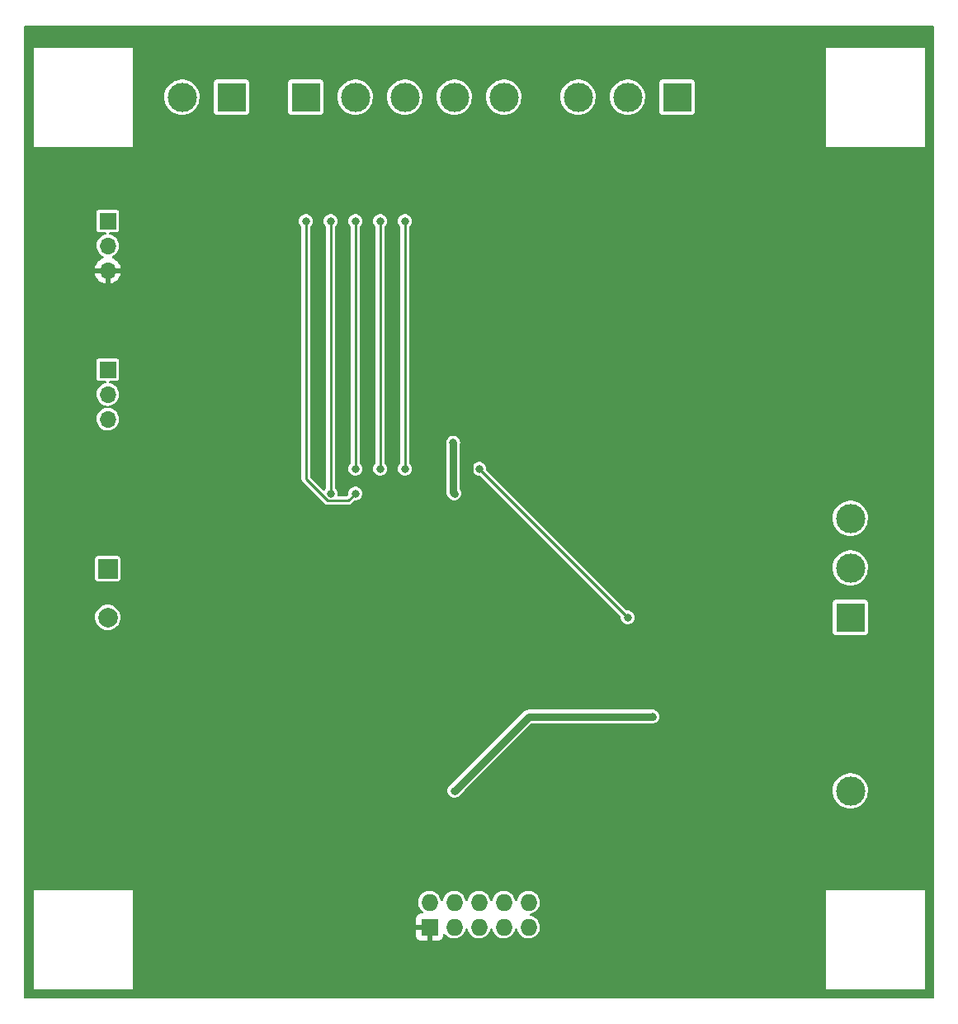
<source format=gbl>
G04 #@! TF.GenerationSoftware,KiCad,Pcbnew,(6.0.1-0)*
G04 #@! TF.CreationDate,2022-03-10T22:00:29-05:00*
G04 #@! TF.ProjectId,Vrm,56726d2e-6b69-4636-9164-5f7063625858,rev?*
G04 #@! TF.SameCoordinates,Original*
G04 #@! TF.FileFunction,Copper,L2,Bot*
G04 #@! TF.FilePolarity,Positive*
%FSLAX46Y46*%
G04 Gerber Fmt 4.6, Leading zero omitted, Abs format (unit mm)*
G04 Created by KiCad (PCBNEW (6.0.1-0)) date 2022-03-10 22:00:29*
%MOMM*%
%LPD*%
G01*
G04 APERTURE LIST*
G04 #@! TA.AperFunction,ComponentPad*
%ADD10R,1.727200X1.727200*%
G04 #@! TD*
G04 #@! TA.AperFunction,ComponentPad*
%ADD11O,1.727200X1.727200*%
G04 #@! TD*
G04 #@! TA.AperFunction,ComponentPad*
%ADD12C,3.000000*%
G04 #@! TD*
G04 #@! TA.AperFunction,ComponentPad*
%ADD13R,1.700000X1.700000*%
G04 #@! TD*
G04 #@! TA.AperFunction,ComponentPad*
%ADD14O,1.700000X1.700000*%
G04 #@! TD*
G04 #@! TA.AperFunction,ComponentPad*
%ADD15R,2.000000X2.000000*%
G04 #@! TD*
G04 #@! TA.AperFunction,ComponentPad*
%ADD16C,2.000000*%
G04 #@! TD*
G04 #@! TA.AperFunction,ComponentPad*
%ADD17R,3.000000X3.000000*%
G04 #@! TD*
G04 #@! TA.AperFunction,ViaPad*
%ADD18C,0.800000*%
G04 #@! TD*
G04 #@! TA.AperFunction,Conductor*
%ADD19C,0.762000*%
G04 #@! TD*
G04 #@! TA.AperFunction,Conductor*
%ADD20C,0.250000*%
G04 #@! TD*
G04 APERTURE END LIST*
D10*
X170180000Y-146050000D03*
D11*
X170180000Y-143510000D03*
X172720000Y-146050000D03*
X172720000Y-143510000D03*
X175260000Y-146050000D03*
X175260000Y-143510000D03*
X177800000Y-146050000D03*
X177800000Y-143510000D03*
X180340000Y-146050000D03*
X180340000Y-143510000D03*
D12*
X213360000Y-132080000D03*
D13*
X137160000Y-73660000D03*
D14*
X137160000Y-76200000D03*
X137160000Y-78740000D03*
D15*
X137160000Y-109300000D03*
D16*
X137160000Y-114300000D03*
D12*
X177800000Y-60960000D03*
X172720000Y-60960000D03*
X167640000Y-60960000D03*
X162560000Y-60960000D03*
D17*
X157480000Y-60960000D03*
X149860000Y-60960000D03*
D12*
X144780000Y-60960000D03*
D17*
X195580000Y-60960000D03*
D12*
X190500000Y-60960000D03*
X185420000Y-60960000D03*
D17*
X213360000Y-114300000D03*
D12*
X213360000Y-109220000D03*
X213360000Y-104140000D03*
D13*
X137160000Y-88900000D03*
D14*
X137160000Y-91440000D03*
X137160000Y-93980000D03*
D18*
X193040000Y-124460000D03*
X172720000Y-132080000D03*
X172602503Y-96402503D03*
X172720000Y-101600000D03*
X139700000Y-81280000D03*
X157480000Y-106680000D03*
X175260000Y-96520000D03*
X177800000Y-96520000D03*
X167640000Y-145504500D03*
X185420000Y-134620000D03*
X179444295Y-101600000D03*
X180340000Y-134620000D03*
X172720000Y-137160000D03*
X198120000Y-83820000D03*
X157480000Y-101600000D03*
X190500000Y-114300000D03*
X175260000Y-99060000D03*
X167640000Y-99060000D03*
X167640000Y-73660000D03*
X165100000Y-99060000D03*
X165100000Y-73660000D03*
X162560000Y-99060000D03*
X162560000Y-73660000D03*
X160020000Y-73660000D03*
X160020000Y-101600000D03*
X162560000Y-101600000D03*
X157480000Y-73660000D03*
D19*
X172602503Y-101482503D02*
X172720000Y-101600000D01*
X172602503Y-96402503D02*
X172602503Y-101482503D01*
X172720000Y-132080000D02*
X180340000Y-124460000D01*
X180340000Y-124460000D02*
X193040000Y-124460000D01*
X175260000Y-96520000D02*
X177800000Y-96520000D01*
X179444295Y-98164295D02*
X177800000Y-96520000D01*
X174279489Y-97500511D02*
X174279489Y-101427164D01*
X169026653Y-106680000D02*
X157480000Y-106680000D01*
D20*
X185420000Y-134620000D02*
X180340000Y-134620000D01*
D19*
X175260000Y-96520000D02*
X174279489Y-97500511D01*
X174279489Y-101427164D02*
X169026653Y-106680000D01*
X190500000Y-83820000D02*
X198120000Y-83820000D01*
X157480000Y-106680000D02*
X157480000Y-101600000D01*
X167640000Y-142240000D02*
X172720000Y-137160000D01*
X167640000Y-145504500D02*
X167640000Y-142240000D01*
X179444295Y-101600000D02*
X179444295Y-98164295D01*
X139700000Y-81280000D02*
X147320000Y-88900000D01*
X147320000Y-88900000D02*
X147320000Y-91440000D01*
X147320000Y-91440000D02*
X157480000Y-101600000D01*
X177800000Y-96520000D02*
X190500000Y-83820000D01*
D20*
X190500000Y-114300000D02*
X175260000Y-99060000D01*
X167640000Y-73660000D02*
X167640000Y-99060000D01*
X165100000Y-73660000D02*
X165100000Y-99060000D01*
X162560000Y-73660000D02*
X162560000Y-99060000D01*
X160020000Y-73660000D02*
X160020000Y-101600000D01*
X157480000Y-100084614D02*
X159719897Y-102324511D01*
X157480000Y-73660000D02*
X157480000Y-100084614D01*
X159719897Y-102324511D02*
X161835489Y-102324511D01*
X161835489Y-102324511D02*
X162560000Y-101600000D01*
G04 #@! TA.AperFunction,Conductor*
G36*
X221887321Y-53664802D02*
G01*
X221933814Y-53718458D01*
X221945200Y-53770800D01*
X221945200Y-153239200D01*
X221925198Y-153307321D01*
X221871542Y-153353814D01*
X221819200Y-153365200D01*
X128700800Y-153365200D01*
X128632679Y-153345198D01*
X128586186Y-153291542D01*
X128574800Y-153239200D01*
X128574800Y-152400000D01*
X129540000Y-152400000D01*
X139700000Y-152400000D01*
X210820000Y-152400000D01*
X220980000Y-152400000D01*
X220980000Y-142240000D01*
X210820000Y-142240000D01*
X210820000Y-152400000D01*
X139700000Y-152400000D01*
X139700000Y-146958269D01*
X168808401Y-146958269D01*
X168808771Y-146965090D01*
X168814295Y-147015952D01*
X168817921Y-147031204D01*
X168863076Y-147151654D01*
X168871614Y-147167249D01*
X168948115Y-147269324D01*
X168960676Y-147281885D01*
X169062751Y-147358386D01*
X169078346Y-147366924D01*
X169198794Y-147412078D01*
X169214049Y-147415705D01*
X169264914Y-147421231D01*
X169271728Y-147421600D01*
X169907885Y-147421600D01*
X169923124Y-147417125D01*
X169924329Y-147415735D01*
X169926000Y-147408052D01*
X169926000Y-146322115D01*
X169921525Y-146306876D01*
X169920135Y-146305671D01*
X169912452Y-146304000D01*
X168826516Y-146304000D01*
X168811277Y-146308475D01*
X168810072Y-146309865D01*
X168808401Y-146317548D01*
X168808401Y-146958269D01*
X139700000Y-146958269D01*
X139700000Y-145777885D01*
X168808400Y-145777885D01*
X168812875Y-145793124D01*
X168814265Y-145794329D01*
X168821948Y-145796000D01*
X170308000Y-145796000D01*
X170376121Y-145816002D01*
X170422614Y-145869658D01*
X170434000Y-145922000D01*
X170434000Y-147403484D01*
X170438475Y-147418723D01*
X170439865Y-147419928D01*
X170447548Y-147421599D01*
X171088269Y-147421599D01*
X171095090Y-147421229D01*
X171145952Y-147415705D01*
X171161204Y-147412079D01*
X171281654Y-147366924D01*
X171297249Y-147358386D01*
X171399324Y-147281885D01*
X171411885Y-147269324D01*
X171488386Y-147167249D01*
X171496924Y-147151654D01*
X171542078Y-147031206D01*
X171545705Y-147015951D01*
X171551231Y-146965086D01*
X171551600Y-146958272D01*
X171551600Y-146818812D01*
X171571602Y-146750691D01*
X171625258Y-146704198D01*
X171695532Y-146694094D01*
X171760112Y-146723588D01*
X171780497Y-146746092D01*
X171827353Y-146812392D01*
X171981236Y-146962298D01*
X171986032Y-146965503D01*
X171986035Y-146965505D01*
X172155055Y-147078440D01*
X172155060Y-147078443D01*
X172159860Y-147081650D01*
X172165169Y-147083931D01*
X172165171Y-147083932D01*
X172351932Y-147164172D01*
X172351936Y-147164173D01*
X172357242Y-147166453D01*
X172362874Y-147167727D01*
X172362876Y-147167728D01*
X172561137Y-147212590D01*
X172561142Y-147212591D01*
X172566774Y-147213865D01*
X172572545Y-147214092D01*
X172572547Y-147214092D01*
X172638614Y-147216688D01*
X172781438Y-147222299D01*
X172906168Y-147204214D01*
X172988321Y-147192303D01*
X172988325Y-147192302D01*
X172994043Y-147191473D01*
X172999515Y-147189615D01*
X172999517Y-147189615D01*
X173192007Y-147124273D01*
X173192009Y-147124272D01*
X173197471Y-147122418D01*
X173384909Y-147017448D01*
X173447364Y-146965505D01*
X173545640Y-146883769D01*
X173550078Y-146880078D01*
X173687448Y-146714909D01*
X173792418Y-146527471D01*
X173819699Y-146447106D01*
X173859615Y-146329517D01*
X173859615Y-146329515D01*
X173861473Y-146324043D01*
X173865808Y-146294146D01*
X173895379Y-146229600D01*
X173955151Y-146191288D01*
X174026147Y-146191374D01*
X174085827Y-146229829D01*
X174112627Y-146281211D01*
X174153426Y-146441859D01*
X174243366Y-146636954D01*
X174367353Y-146812392D01*
X174521236Y-146962298D01*
X174526032Y-146965503D01*
X174526035Y-146965505D01*
X174695055Y-147078440D01*
X174695060Y-147078443D01*
X174699860Y-147081650D01*
X174705169Y-147083931D01*
X174705171Y-147083932D01*
X174891932Y-147164172D01*
X174891936Y-147164173D01*
X174897242Y-147166453D01*
X174902874Y-147167727D01*
X174902876Y-147167728D01*
X175101137Y-147212590D01*
X175101142Y-147212591D01*
X175106774Y-147213865D01*
X175112545Y-147214092D01*
X175112547Y-147214092D01*
X175178614Y-147216688D01*
X175321438Y-147222299D01*
X175446168Y-147204214D01*
X175528321Y-147192303D01*
X175528325Y-147192302D01*
X175534043Y-147191473D01*
X175539515Y-147189615D01*
X175539517Y-147189615D01*
X175732007Y-147124273D01*
X175732009Y-147124272D01*
X175737471Y-147122418D01*
X175924909Y-147017448D01*
X175987364Y-146965505D01*
X176085640Y-146883769D01*
X176090078Y-146880078D01*
X176227448Y-146714909D01*
X176332418Y-146527471D01*
X176359699Y-146447106D01*
X176399615Y-146329517D01*
X176399615Y-146329515D01*
X176401473Y-146324043D01*
X176405808Y-146294146D01*
X176435379Y-146229600D01*
X176495151Y-146191288D01*
X176566147Y-146191374D01*
X176625827Y-146229829D01*
X176652627Y-146281211D01*
X176693426Y-146441859D01*
X176783366Y-146636954D01*
X176907353Y-146812392D01*
X177061236Y-146962298D01*
X177066032Y-146965503D01*
X177066035Y-146965505D01*
X177235055Y-147078440D01*
X177235060Y-147078443D01*
X177239860Y-147081650D01*
X177245169Y-147083931D01*
X177245171Y-147083932D01*
X177431932Y-147164172D01*
X177431936Y-147164173D01*
X177437242Y-147166453D01*
X177442874Y-147167727D01*
X177442876Y-147167728D01*
X177641137Y-147212590D01*
X177641142Y-147212591D01*
X177646774Y-147213865D01*
X177652545Y-147214092D01*
X177652547Y-147214092D01*
X177718614Y-147216688D01*
X177861438Y-147222299D01*
X177986168Y-147204214D01*
X178068321Y-147192303D01*
X178068325Y-147192302D01*
X178074043Y-147191473D01*
X178079515Y-147189615D01*
X178079517Y-147189615D01*
X178272007Y-147124273D01*
X178272009Y-147124272D01*
X178277471Y-147122418D01*
X178464909Y-147017448D01*
X178527364Y-146965505D01*
X178625640Y-146883769D01*
X178630078Y-146880078D01*
X178767448Y-146714909D01*
X178872418Y-146527471D01*
X178899699Y-146447106D01*
X178939615Y-146329517D01*
X178939615Y-146329515D01*
X178941473Y-146324043D01*
X178945808Y-146294146D01*
X178975379Y-146229600D01*
X179035151Y-146191288D01*
X179106147Y-146191374D01*
X179165827Y-146229829D01*
X179192627Y-146281211D01*
X179233426Y-146441859D01*
X179323366Y-146636954D01*
X179447353Y-146812392D01*
X179601236Y-146962298D01*
X179606032Y-146965503D01*
X179606035Y-146965505D01*
X179775055Y-147078440D01*
X179775060Y-147078443D01*
X179779860Y-147081650D01*
X179785169Y-147083931D01*
X179785171Y-147083932D01*
X179971932Y-147164172D01*
X179971936Y-147164173D01*
X179977242Y-147166453D01*
X179982874Y-147167727D01*
X179982876Y-147167728D01*
X180181137Y-147212590D01*
X180181142Y-147212591D01*
X180186774Y-147213865D01*
X180192545Y-147214092D01*
X180192547Y-147214092D01*
X180258614Y-147216688D01*
X180401438Y-147222299D01*
X180526168Y-147204214D01*
X180608321Y-147192303D01*
X180608325Y-147192302D01*
X180614043Y-147191473D01*
X180619515Y-147189615D01*
X180619517Y-147189615D01*
X180812007Y-147124273D01*
X180812009Y-147124272D01*
X180817471Y-147122418D01*
X181004909Y-147017448D01*
X181067364Y-146965505D01*
X181165640Y-146883769D01*
X181170078Y-146880078D01*
X181307448Y-146714909D01*
X181412418Y-146527471D01*
X181439699Y-146447106D01*
X181479615Y-146329517D01*
X181479615Y-146329515D01*
X181481473Y-146324043D01*
X181482302Y-146318325D01*
X181482303Y-146318321D01*
X181511766Y-146115112D01*
X181512299Y-146111438D01*
X181513908Y-146050000D01*
X181494251Y-145836072D01*
X181485751Y-145805931D01*
X181437507Y-145634874D01*
X181435938Y-145629309D01*
X181340921Y-145436635D01*
X181212384Y-145264502D01*
X181208148Y-145260586D01*
X181058870Y-145122595D01*
X181058867Y-145122593D01*
X181054630Y-145118676D01*
X180872943Y-145004040D01*
X180673408Y-144924434D01*
X180667748Y-144923308D01*
X180667744Y-144923307D01*
X180573857Y-144904632D01*
X180510947Y-144871724D01*
X180475815Y-144810029D01*
X180479615Y-144739135D01*
X180521141Y-144681549D01*
X180580358Y-144656357D01*
X180608322Y-144652303D01*
X180608327Y-144652302D01*
X180614043Y-144651473D01*
X180619515Y-144649615D01*
X180619517Y-144649615D01*
X180812007Y-144584273D01*
X180812009Y-144584272D01*
X180817471Y-144582418D01*
X181004909Y-144477448D01*
X181067364Y-144425505D01*
X181165640Y-144343769D01*
X181170078Y-144340078D01*
X181307448Y-144174909D01*
X181412418Y-143987471D01*
X181439699Y-143907106D01*
X181479615Y-143789517D01*
X181479615Y-143789515D01*
X181481473Y-143784043D01*
X181482302Y-143778325D01*
X181482303Y-143778321D01*
X181511766Y-143575112D01*
X181512299Y-143571438D01*
X181513908Y-143510000D01*
X181494251Y-143296072D01*
X181487369Y-143271668D01*
X181437507Y-143094874D01*
X181435938Y-143089309D01*
X181340921Y-142896635D01*
X181212384Y-142724502D01*
X181054630Y-142578676D01*
X180872943Y-142464040D01*
X180673408Y-142384434D01*
X180667748Y-142383308D01*
X180667744Y-142383307D01*
X180468374Y-142343650D01*
X180468371Y-142343650D01*
X180462707Y-142342523D01*
X180456932Y-142342447D01*
X180456928Y-142342447D01*
X180349255Y-142341038D01*
X180247896Y-142339711D01*
X180242199Y-142340690D01*
X180242198Y-142340690D01*
X180231973Y-142342447D01*
X180036170Y-142376092D01*
X179834620Y-142450448D01*
X179649994Y-142560288D01*
X179645654Y-142564094D01*
X179645650Y-142564097D01*
X179492818Y-142698128D01*
X179488477Y-142701935D01*
X179355478Y-142870644D01*
X179352789Y-142875755D01*
X179352787Y-142875758D01*
X179301979Y-142972328D01*
X179255450Y-143060765D01*
X179191745Y-143265931D01*
X179191638Y-143266837D01*
X179158661Y-143327921D01*
X179096512Y-143362243D01*
X179025673Y-143357517D01*
X178968635Y-143315242D01*
X178947872Y-143273454D01*
X178897507Y-143094874D01*
X178895938Y-143089309D01*
X178800921Y-142896635D01*
X178672384Y-142724502D01*
X178514630Y-142578676D01*
X178332943Y-142464040D01*
X178133408Y-142384434D01*
X178127748Y-142383308D01*
X178127744Y-142383307D01*
X177928374Y-142343650D01*
X177928371Y-142343650D01*
X177922707Y-142342523D01*
X177916932Y-142342447D01*
X177916928Y-142342447D01*
X177809255Y-142341038D01*
X177707896Y-142339711D01*
X177702199Y-142340690D01*
X177702198Y-142340690D01*
X177691973Y-142342447D01*
X177496170Y-142376092D01*
X177294620Y-142450448D01*
X177109994Y-142560288D01*
X177105654Y-142564094D01*
X177105650Y-142564097D01*
X176952818Y-142698128D01*
X176948477Y-142701935D01*
X176815478Y-142870644D01*
X176812789Y-142875755D01*
X176812787Y-142875758D01*
X176761979Y-142972328D01*
X176715450Y-143060765D01*
X176651745Y-143265931D01*
X176651638Y-143266837D01*
X176618661Y-143327921D01*
X176556512Y-143362243D01*
X176485673Y-143357517D01*
X176428635Y-143315242D01*
X176407872Y-143273454D01*
X176357507Y-143094874D01*
X176355938Y-143089309D01*
X176260921Y-142896635D01*
X176132384Y-142724502D01*
X175974630Y-142578676D01*
X175792943Y-142464040D01*
X175593408Y-142384434D01*
X175587748Y-142383308D01*
X175587744Y-142383307D01*
X175388374Y-142343650D01*
X175388371Y-142343650D01*
X175382707Y-142342523D01*
X175376932Y-142342447D01*
X175376928Y-142342447D01*
X175269255Y-142341038D01*
X175167896Y-142339711D01*
X175162199Y-142340690D01*
X175162198Y-142340690D01*
X175151973Y-142342447D01*
X174956170Y-142376092D01*
X174754620Y-142450448D01*
X174569994Y-142560288D01*
X174565654Y-142564094D01*
X174565650Y-142564097D01*
X174412818Y-142698128D01*
X174408477Y-142701935D01*
X174275478Y-142870644D01*
X174272789Y-142875755D01*
X174272787Y-142875758D01*
X174221979Y-142972328D01*
X174175450Y-143060765D01*
X174111745Y-143265931D01*
X174111638Y-143266837D01*
X174078661Y-143327921D01*
X174016512Y-143362243D01*
X173945673Y-143357517D01*
X173888635Y-143315242D01*
X173867872Y-143273454D01*
X173817507Y-143094874D01*
X173815938Y-143089309D01*
X173720921Y-142896635D01*
X173592384Y-142724502D01*
X173434630Y-142578676D01*
X173252943Y-142464040D01*
X173053408Y-142384434D01*
X173047748Y-142383308D01*
X173047744Y-142383307D01*
X172848374Y-142343650D01*
X172848371Y-142343650D01*
X172842707Y-142342523D01*
X172836932Y-142342447D01*
X172836928Y-142342447D01*
X172729255Y-142341038D01*
X172627896Y-142339711D01*
X172622199Y-142340690D01*
X172622198Y-142340690D01*
X172611973Y-142342447D01*
X172416170Y-142376092D01*
X172214620Y-142450448D01*
X172029994Y-142560288D01*
X172025654Y-142564094D01*
X172025650Y-142564097D01*
X171872818Y-142698128D01*
X171868477Y-142701935D01*
X171735478Y-142870644D01*
X171732789Y-142875755D01*
X171732787Y-142875758D01*
X171681979Y-142972328D01*
X171635450Y-143060765D01*
X171571745Y-143265931D01*
X171571638Y-143266837D01*
X171538661Y-143327921D01*
X171476512Y-143362243D01*
X171405673Y-143357517D01*
X171348635Y-143315242D01*
X171327872Y-143273454D01*
X171277507Y-143094874D01*
X171275938Y-143089309D01*
X171180921Y-142896635D01*
X171052384Y-142724502D01*
X170894630Y-142578676D01*
X170712943Y-142464040D01*
X170513408Y-142384434D01*
X170507748Y-142383308D01*
X170507744Y-142383307D01*
X170308374Y-142343650D01*
X170308371Y-142343650D01*
X170302707Y-142342523D01*
X170296932Y-142342447D01*
X170296928Y-142342447D01*
X170189255Y-142341038D01*
X170087896Y-142339711D01*
X170082199Y-142340690D01*
X170082198Y-142340690D01*
X170071973Y-142342447D01*
X169876170Y-142376092D01*
X169674620Y-142450448D01*
X169489994Y-142560288D01*
X169485654Y-142564094D01*
X169485650Y-142564097D01*
X169332818Y-142698128D01*
X169328477Y-142701935D01*
X169195478Y-142870644D01*
X169192789Y-142875755D01*
X169192787Y-142875758D01*
X169141979Y-142972328D01*
X169095450Y-143060765D01*
X169031745Y-143265931D01*
X169006494Y-143479271D01*
X169020545Y-143693640D01*
X169073426Y-143901859D01*
X169163366Y-144096954D01*
X169287353Y-144272392D01*
X169441236Y-144422298D01*
X169446032Y-144425503D01*
X169446035Y-144425505D01*
X169479157Y-144447636D01*
X169524685Y-144502113D01*
X169533533Y-144572556D01*
X169502892Y-144636600D01*
X169442490Y-144673911D01*
X169409155Y-144678401D01*
X169271731Y-144678401D01*
X169264910Y-144678771D01*
X169214048Y-144684295D01*
X169198796Y-144687921D01*
X169078346Y-144733076D01*
X169062751Y-144741614D01*
X168960676Y-144818115D01*
X168948115Y-144830676D01*
X168871614Y-144932751D01*
X168863076Y-144948346D01*
X168817922Y-145068794D01*
X168814295Y-145084049D01*
X168808769Y-145134914D01*
X168808400Y-145141728D01*
X168808400Y-145777885D01*
X139700000Y-145777885D01*
X139700000Y-142240000D01*
X129540000Y-142240000D01*
X129540000Y-152400000D01*
X128574800Y-152400000D01*
X128574800Y-132072560D01*
X172009559Y-132072560D01*
X172028292Y-132242239D01*
X172030901Y-132249370D01*
X172030902Y-132249372D01*
X172047950Y-132295956D01*
X172086958Y-132402551D01*
X172182170Y-132544242D01*
X172187782Y-132549349D01*
X172187785Y-132549352D01*
X172302811Y-132654018D01*
X172302815Y-132654021D01*
X172308432Y-132659132D01*
X172315109Y-132662757D01*
X172315110Y-132662758D01*
X172338000Y-132675186D01*
X172458455Y-132740588D01*
X172623577Y-132783907D01*
X172710592Y-132785274D01*
X172786666Y-132786469D01*
X172786669Y-132786469D01*
X172794265Y-132786588D01*
X172801669Y-132784892D01*
X172801671Y-132784892D01*
X172863992Y-132770619D01*
X172960667Y-132748477D01*
X173113174Y-132671774D01*
X173118945Y-132666845D01*
X173118948Y-132666843D01*
X173237210Y-132565837D01*
X173237211Y-132565836D01*
X173242982Y-132560907D01*
X173322065Y-132450851D01*
X173335293Y-132435282D01*
X173737965Y-132032610D01*
X211550258Y-132032610D01*
X211550482Y-132037276D01*
X211550482Y-132037281D01*
X211552686Y-132083160D01*
X211563132Y-132300628D01*
X211564045Y-132305216D01*
X211613679Y-132554743D01*
X211615480Y-132563798D01*
X211617059Y-132568196D01*
X211617061Y-132568203D01*
X211664087Y-132699180D01*
X211706152Y-132816341D01*
X211833156Y-133052707D01*
X211835951Y-133056451D01*
X211835953Y-133056453D01*
X211990910Y-133263966D01*
X211990915Y-133263972D01*
X211993702Y-133267704D01*
X211997011Y-133270984D01*
X211997016Y-133270990D01*
X212101194Y-133374262D01*
X212184264Y-133456610D01*
X212188026Y-133459368D01*
X212188029Y-133459371D01*
X212396880Y-133612507D01*
X212400654Y-133615274D01*
X212404797Y-133617454D01*
X212404799Y-133617455D01*
X212633970Y-133738028D01*
X212633975Y-133738030D01*
X212638120Y-133740211D01*
X212642543Y-133741756D01*
X212642544Y-133741756D01*
X212887027Y-133827133D01*
X212887033Y-133827135D01*
X212891444Y-133828675D01*
X212896037Y-133829547D01*
X213056683Y-133860047D01*
X213155061Y-133878725D01*
X213282405Y-133883728D01*
X213418513Y-133889076D01*
X213418518Y-133889076D01*
X213423181Y-133889259D01*
X213527319Y-133877854D01*
X213685259Y-133860557D01*
X213685264Y-133860556D01*
X213689912Y-133860047D01*
X213814929Y-133827133D01*
X213944873Y-133792922D01*
X213944875Y-133792921D01*
X213949396Y-133791731D01*
X213953693Y-133789885D01*
X214191638Y-133687656D01*
X214191640Y-133687655D01*
X214195932Y-133685811D01*
X214314390Y-133612507D01*
X214420131Y-133547073D01*
X214420135Y-133547070D01*
X214424104Y-133544614D01*
X214628899Y-133371242D01*
X214805819Y-133169503D01*
X214950977Y-132943830D01*
X215061184Y-132699180D01*
X215134018Y-132440928D01*
X215167881Y-132174747D01*
X215170362Y-132080000D01*
X215169809Y-132072560D01*
X215150823Y-131817063D01*
X215150822Y-131817059D01*
X215150477Y-131812411D01*
X215091258Y-131550701D01*
X214994006Y-131300619D01*
X214860858Y-131067658D01*
X214694739Y-130856937D01*
X214499298Y-130673084D01*
X214374377Y-130586423D01*
X214282666Y-130522801D01*
X214282661Y-130522798D01*
X214278828Y-130520139D01*
X214161355Y-130462208D01*
X214042362Y-130403527D01*
X214042359Y-130403526D01*
X214038174Y-130401462D01*
X213984511Y-130384284D01*
X213787066Y-130321081D01*
X213787068Y-130321081D01*
X213782621Y-130319658D01*
X213637253Y-130295984D01*
X213522395Y-130277278D01*
X213522394Y-130277278D01*
X213517783Y-130276527D01*
X213383631Y-130274771D01*
X213254157Y-130273076D01*
X213254154Y-130273076D01*
X213249480Y-130273015D01*
X212983605Y-130309199D01*
X212979119Y-130310507D01*
X212979117Y-130310507D01*
X212942839Y-130321081D01*
X212725998Y-130384284D01*
X212482319Y-130496622D01*
X212478414Y-130499182D01*
X212478409Y-130499185D01*
X212261834Y-130641177D01*
X212261829Y-130641181D01*
X212257921Y-130643743D01*
X212057735Y-130822417D01*
X211886156Y-131028717D01*
X211746956Y-131258113D01*
X211745147Y-131262427D01*
X211745146Y-131262429D01*
X211650183Y-131488891D01*
X211643191Y-131505564D01*
X211577141Y-131765634D01*
X211550258Y-132032610D01*
X173737965Y-132032610D01*
X180587370Y-125183205D01*
X180649682Y-125149179D01*
X180676465Y-125146300D01*
X192860210Y-125146300D01*
X192892182Y-125150424D01*
X192943577Y-125163907D01*
X193030592Y-125165274D01*
X193106666Y-125166469D01*
X193106669Y-125166469D01*
X193114265Y-125166588D01*
X193121669Y-125164892D01*
X193121671Y-125164892D01*
X193202847Y-125146300D01*
X193280667Y-125128477D01*
X193433174Y-125051774D01*
X193438945Y-125046845D01*
X193438948Y-125046843D01*
X193557210Y-124945837D01*
X193557211Y-124945836D01*
X193562982Y-124940907D01*
X193662598Y-124802276D01*
X193726271Y-124643886D01*
X193750324Y-124474879D01*
X193750480Y-124460000D01*
X193729971Y-124290527D01*
X193669630Y-124130837D01*
X193665331Y-124124582D01*
X193665329Y-124124578D01*
X193577241Y-123996410D01*
X193577240Y-123996408D01*
X193572939Y-123990151D01*
X193445481Y-123876590D01*
X193413091Y-123859440D01*
X193301322Y-123800262D01*
X193301321Y-123800261D01*
X193294613Y-123796710D01*
X193129047Y-123755122D01*
X193121449Y-123755082D01*
X193121447Y-123755082D01*
X193047658Y-123754696D01*
X192958339Y-123754229D01*
X192950960Y-123756001D01*
X192950956Y-123756001D01*
X192891735Y-123770219D01*
X192862321Y-123773700D01*
X180368144Y-123773700D01*
X180359574Y-123773408D01*
X180311394Y-123770123D01*
X180311390Y-123770123D01*
X180303818Y-123769607D01*
X180296341Y-123770912D01*
X180296340Y-123770912D01*
X180282039Y-123773408D01*
X180242947Y-123780231D01*
X180236429Y-123781192D01*
X180175092Y-123788615D01*
X180167987Y-123791300D01*
X180163377Y-123792432D01*
X180152229Y-123795481D01*
X180147661Y-123796861D01*
X180140181Y-123798166D01*
X180083603Y-123823002D01*
X180077523Y-123825483D01*
X180026806Y-123844647D01*
X180026803Y-123844648D01*
X180019704Y-123847331D01*
X180013446Y-123851632D01*
X180009238Y-123853832D01*
X179999162Y-123859440D01*
X179995035Y-123861880D01*
X179988079Y-123864934D01*
X179982054Y-123869557D01*
X179982049Y-123869560D01*
X179939076Y-123902534D01*
X179933741Y-123906410D01*
X179889073Y-123937110D01*
X179889067Y-123937115D01*
X179882808Y-123941417D01*
X179877753Y-123947091D01*
X179842719Y-123986412D01*
X179837738Y-123991688D01*
X172368417Y-131461009D01*
X172337111Y-131483880D01*
X172327402Y-131488891D01*
X172327399Y-131488893D01*
X172320651Y-131492376D01*
X172314929Y-131497368D01*
X172314927Y-131497369D01*
X172197737Y-131599600D01*
X172192010Y-131604596D01*
X172093852Y-131744262D01*
X172091093Y-131751337D01*
X172091092Y-131751340D01*
X172067282Y-131812411D01*
X172031841Y-131903311D01*
X172030849Y-131910844D01*
X172030849Y-131910845D01*
X172014204Y-132037281D01*
X172009559Y-132072560D01*
X128574800Y-132072560D01*
X128574800Y-115845358D01*
X211554700Y-115845358D01*
X211555996Y-115856252D01*
X211556685Y-115862040D01*
X211557867Y-115871978D01*
X211604036Y-115975919D01*
X211644186Y-116015998D01*
X211676295Y-116048052D01*
X211676297Y-116048053D01*
X211684528Y-116056270D01*
X211788549Y-116102258D01*
X211814642Y-116105300D01*
X214905358Y-116105300D01*
X214916252Y-116104004D01*
X214922593Y-116103250D01*
X214922596Y-116103249D01*
X214931978Y-116102133D01*
X215035919Y-116055964D01*
X215075998Y-116015814D01*
X215108052Y-115983705D01*
X215108053Y-115983703D01*
X215116270Y-115975472D01*
X215162258Y-115871451D01*
X215165300Y-115845358D01*
X215165300Y-112754642D01*
X215164004Y-112743748D01*
X215163250Y-112737407D01*
X215163249Y-112737404D01*
X215162133Y-112728022D01*
X215115964Y-112624081D01*
X215075814Y-112584002D01*
X215043705Y-112551948D01*
X215043703Y-112551947D01*
X215035472Y-112543730D01*
X214931451Y-112497742D01*
X214905358Y-112494700D01*
X211814642Y-112494700D01*
X211803748Y-112495996D01*
X211797407Y-112496750D01*
X211797404Y-112496751D01*
X211788022Y-112497867D01*
X211684081Y-112544036D01*
X211644002Y-112584186D01*
X211611948Y-112616295D01*
X211611947Y-112616297D01*
X211603730Y-112624528D01*
X211557742Y-112728549D01*
X211554700Y-112754642D01*
X211554700Y-115845358D01*
X128574800Y-115845358D01*
X128574800Y-114300000D01*
X135849714Y-114300000D01*
X135869620Y-114527529D01*
X135871044Y-114532842D01*
X135871044Y-114532844D01*
X135900367Y-114642276D01*
X135928734Y-114748144D01*
X135931057Y-114753125D01*
X135931057Y-114753126D01*
X136022933Y-114950156D01*
X136022936Y-114950161D01*
X136025259Y-114955143D01*
X136028415Y-114959650D01*
X136028416Y-114959652D01*
X136060094Y-115004892D01*
X136156263Y-115142236D01*
X136317764Y-115303737D01*
X136322272Y-115306894D01*
X136322275Y-115306896D01*
X136500348Y-115431584D01*
X136504857Y-115434741D01*
X136509839Y-115437064D01*
X136509844Y-115437067D01*
X136706874Y-115528943D01*
X136711856Y-115531266D01*
X136717164Y-115532688D01*
X136717166Y-115532689D01*
X136927156Y-115588956D01*
X136927158Y-115588956D01*
X136932471Y-115590380D01*
X137160000Y-115610286D01*
X137387529Y-115590380D01*
X137392842Y-115588956D01*
X137392844Y-115588956D01*
X137602834Y-115532689D01*
X137602836Y-115532688D01*
X137608144Y-115531266D01*
X137613126Y-115528943D01*
X137810156Y-115437067D01*
X137810161Y-115437064D01*
X137815143Y-115434741D01*
X137819652Y-115431584D01*
X137997725Y-115306896D01*
X137997728Y-115306894D01*
X138002236Y-115303737D01*
X138163737Y-115142236D01*
X138259907Y-115004892D01*
X138291584Y-114959652D01*
X138291585Y-114959650D01*
X138294741Y-114955143D01*
X138297064Y-114950161D01*
X138297067Y-114950156D01*
X138388943Y-114753126D01*
X138388943Y-114753125D01*
X138391266Y-114748144D01*
X138419634Y-114642276D01*
X138448956Y-114532844D01*
X138448956Y-114532842D01*
X138450380Y-114527529D01*
X138470286Y-114300000D01*
X138450380Y-114072471D01*
X138391266Y-113851856D01*
X138388943Y-113846874D01*
X138297067Y-113649844D01*
X138297064Y-113649839D01*
X138294741Y-113644857D01*
X138291524Y-113640262D01*
X138166896Y-113462275D01*
X138166894Y-113462272D01*
X138163737Y-113457764D01*
X138002236Y-113296263D01*
X137997728Y-113293106D01*
X137997725Y-113293104D01*
X137819652Y-113168416D01*
X137819650Y-113168415D01*
X137815143Y-113165259D01*
X137810161Y-113162936D01*
X137810156Y-113162933D01*
X137613126Y-113071057D01*
X137613125Y-113071057D01*
X137608144Y-113068734D01*
X137602836Y-113067312D01*
X137602834Y-113067311D01*
X137392844Y-113011044D01*
X137392842Y-113011044D01*
X137387529Y-113009620D01*
X137160000Y-112989714D01*
X136932471Y-113009620D01*
X136927158Y-113011044D01*
X136927156Y-113011044D01*
X136717166Y-113067311D01*
X136717164Y-113067312D01*
X136711856Y-113068734D01*
X136706875Y-113071057D01*
X136706874Y-113071057D01*
X136509844Y-113162933D01*
X136509839Y-113162936D01*
X136504857Y-113165259D01*
X136500350Y-113168415D01*
X136500348Y-113168416D01*
X136322275Y-113293104D01*
X136322272Y-113293106D01*
X136317764Y-113296263D01*
X136156263Y-113457764D01*
X136153106Y-113462272D01*
X136153104Y-113462275D01*
X136028476Y-113640262D01*
X136025259Y-113644857D01*
X136022936Y-113649839D01*
X136022933Y-113649844D01*
X135931057Y-113846874D01*
X135928734Y-113851856D01*
X135869620Y-114072471D01*
X135849714Y-114300000D01*
X128574800Y-114300000D01*
X128574800Y-110345358D01*
X135854700Y-110345358D01*
X135855996Y-110356252D01*
X135856685Y-110362040D01*
X135857867Y-110371978D01*
X135904036Y-110475919D01*
X135935899Y-110507726D01*
X135976295Y-110548052D01*
X135976297Y-110548053D01*
X135984528Y-110556270D01*
X136088549Y-110602258D01*
X136114642Y-110605300D01*
X138205358Y-110605300D01*
X138216252Y-110604004D01*
X138222593Y-110603250D01*
X138222596Y-110603249D01*
X138231978Y-110602133D01*
X138335919Y-110555964D01*
X138384073Y-110507726D01*
X138408052Y-110483705D01*
X138408053Y-110483703D01*
X138416270Y-110475472D01*
X138462258Y-110371451D01*
X138465300Y-110345358D01*
X138465300Y-108254642D01*
X138464004Y-108243748D01*
X138463250Y-108237407D01*
X138463249Y-108237404D01*
X138462133Y-108228022D01*
X138415964Y-108124081D01*
X138375814Y-108084002D01*
X138343705Y-108051948D01*
X138343703Y-108051947D01*
X138335472Y-108043730D01*
X138231451Y-107997742D01*
X138205358Y-107994700D01*
X136114642Y-107994700D01*
X136103748Y-107995996D01*
X136097407Y-107996750D01*
X136097404Y-107996751D01*
X136088022Y-107997867D01*
X135984081Y-108044036D01*
X135944002Y-108084186D01*
X135911948Y-108116295D01*
X135911947Y-108116297D01*
X135903730Y-108124528D01*
X135857742Y-108228549D01*
X135854700Y-108254642D01*
X135854700Y-110345358D01*
X128574800Y-110345358D01*
X128574800Y-93949628D01*
X136000149Y-93949628D01*
X136014036Y-94161503D01*
X136066301Y-94367299D01*
X136155195Y-94560124D01*
X136277740Y-94733521D01*
X136429832Y-94881683D01*
X136434628Y-94884888D01*
X136434631Y-94884890D01*
X136505886Y-94932501D01*
X136606377Y-94999647D01*
X136611685Y-95001928D01*
X136611686Y-95001928D01*
X136796160Y-95081184D01*
X136796163Y-95081185D01*
X136801463Y-95083462D01*
X136807092Y-95084736D01*
X136807093Y-95084736D01*
X137002921Y-95129048D01*
X137002924Y-95129048D01*
X137008557Y-95130323D01*
X137014328Y-95130550D01*
X137014330Y-95130550D01*
X137079086Y-95133094D01*
X137220723Y-95138659D01*
X137325789Y-95123425D01*
X137425141Y-95109020D01*
X137425146Y-95109019D01*
X137430855Y-95108191D01*
X137436319Y-95106336D01*
X137436324Y-95106335D01*
X137626448Y-95041796D01*
X137631916Y-95039940D01*
X137817172Y-94936192D01*
X137980420Y-94800420D01*
X138116192Y-94637172D01*
X138219940Y-94451916D01*
X138288191Y-94250855D01*
X138289019Y-94245146D01*
X138289020Y-94245141D01*
X138318126Y-94044397D01*
X138318659Y-94040723D01*
X138320249Y-93980000D01*
X138300821Y-93768561D01*
X138243186Y-93564204D01*
X138149275Y-93373772D01*
X138022233Y-93203642D01*
X137866315Y-93059513D01*
X137686742Y-92946211D01*
X137653068Y-92932776D01*
X137626096Y-92922015D01*
X137489529Y-92867530D01*
X137483861Y-92866403D01*
X137483859Y-92866402D01*
X137313567Y-92832529D01*
X137250657Y-92799622D01*
X137215525Y-92737927D01*
X137219325Y-92667032D01*
X137260851Y-92609446D01*
X137320066Y-92584255D01*
X137430855Y-92568191D01*
X137436319Y-92566336D01*
X137436324Y-92566335D01*
X137626448Y-92501796D01*
X137631916Y-92499940D01*
X137817172Y-92396192D01*
X137980420Y-92260420D01*
X138116192Y-92097172D01*
X138219940Y-91911916D01*
X138288191Y-91710855D01*
X138289019Y-91705146D01*
X138289020Y-91705141D01*
X138318126Y-91504397D01*
X138318659Y-91500723D01*
X138320249Y-91440000D01*
X138300821Y-91228561D01*
X138243186Y-91024204D01*
X138149275Y-90833772D01*
X138022233Y-90663642D01*
X137866315Y-90519513D01*
X137686742Y-90406211D01*
X137653068Y-90392776D01*
X137626096Y-90382015D01*
X137489529Y-90327530D01*
X137483861Y-90326403D01*
X137483859Y-90326402D01*
X137375653Y-90304879D01*
X137312743Y-90271972D01*
X137277611Y-90210277D01*
X137281411Y-90139382D01*
X137322936Y-90081796D01*
X137389003Y-90055802D01*
X137400234Y-90055300D01*
X138055358Y-90055300D01*
X138066252Y-90054004D01*
X138072593Y-90053250D01*
X138072596Y-90053249D01*
X138081978Y-90052133D01*
X138185919Y-90005964D01*
X138225998Y-89965814D01*
X138258052Y-89933705D01*
X138258053Y-89933703D01*
X138266270Y-89925472D01*
X138312258Y-89821451D01*
X138315300Y-89795358D01*
X138315300Y-88004642D01*
X138314004Y-87993748D01*
X138313250Y-87987407D01*
X138313249Y-87987404D01*
X138312133Y-87978022D01*
X138265964Y-87874081D01*
X138225814Y-87834002D01*
X138193705Y-87801948D01*
X138193703Y-87801947D01*
X138185472Y-87793730D01*
X138081451Y-87747742D01*
X138055358Y-87744700D01*
X136264642Y-87744700D01*
X136253748Y-87745996D01*
X136247407Y-87746750D01*
X136247404Y-87746751D01*
X136238022Y-87747867D01*
X136134081Y-87794036D01*
X136094002Y-87834186D01*
X136061948Y-87866295D01*
X136061947Y-87866297D01*
X136053730Y-87874528D01*
X136007742Y-87978549D01*
X136004700Y-88004642D01*
X136004700Y-89795358D01*
X136005996Y-89806252D01*
X136006685Y-89812040D01*
X136007867Y-89821978D01*
X136054036Y-89925919D01*
X136094186Y-89965998D01*
X136126295Y-89998052D01*
X136126297Y-89998053D01*
X136134528Y-90006270D01*
X136238549Y-90052258D01*
X136264642Y-90055300D01*
X136918713Y-90055300D01*
X136986834Y-90075302D01*
X137033327Y-90128958D01*
X137043431Y-90199232D01*
X137013937Y-90263812D01*
X136954211Y-90302196D01*
X136940051Y-90305480D01*
X136865395Y-90318308D01*
X136865392Y-90318309D01*
X136859705Y-90319286D01*
X136660500Y-90392776D01*
X136478023Y-90501339D01*
X136318385Y-90641337D01*
X136314818Y-90645862D01*
X136314813Y-90645867D01*
X136190507Y-90803549D01*
X136186933Y-90808083D01*
X136184245Y-90813192D01*
X136090759Y-90990880D01*
X136090757Y-90990885D01*
X136088070Y-90995992D01*
X136025105Y-91198771D01*
X136000149Y-91409628D01*
X136014036Y-91621503D01*
X136066301Y-91827299D01*
X136155195Y-92020124D01*
X136277740Y-92193521D01*
X136429832Y-92341683D01*
X136434628Y-92344888D01*
X136434631Y-92344890D01*
X136505886Y-92392501D01*
X136606377Y-92459647D01*
X136611685Y-92461928D01*
X136611686Y-92461928D01*
X136796160Y-92541184D01*
X136796163Y-92541185D01*
X136801463Y-92543462D01*
X136807092Y-92544736D01*
X136807093Y-92544736D01*
X137002087Y-92588859D01*
X137064114Y-92623402D01*
X137097618Y-92685996D01*
X137091964Y-92756767D01*
X137048945Y-92813246D01*
X136995617Y-92835932D01*
X136865395Y-92858308D01*
X136865392Y-92858309D01*
X136859705Y-92859286D01*
X136660500Y-92932776D01*
X136478023Y-93041339D01*
X136318385Y-93181337D01*
X136314818Y-93185862D01*
X136314813Y-93185867D01*
X136190507Y-93343549D01*
X136186933Y-93348083D01*
X136184245Y-93353192D01*
X136090759Y-93530880D01*
X136090757Y-93530885D01*
X136088070Y-93535992D01*
X136025105Y-93738771D01*
X136000149Y-93949628D01*
X128574800Y-93949628D01*
X128574800Y-79007966D01*
X135828257Y-79007966D01*
X135858565Y-79142446D01*
X135861645Y-79152275D01*
X135941770Y-79349603D01*
X135946413Y-79358794D01*
X136057694Y-79540388D01*
X136063777Y-79548699D01*
X136203213Y-79709667D01*
X136210580Y-79716883D01*
X136374434Y-79852916D01*
X136382881Y-79858831D01*
X136566756Y-79966279D01*
X136576042Y-79970729D01*
X136775001Y-80046703D01*
X136784899Y-80049579D01*
X136888250Y-80070606D01*
X136902299Y-80069410D01*
X136906000Y-80059065D01*
X136906000Y-80058517D01*
X137414000Y-80058517D01*
X137418064Y-80072359D01*
X137431478Y-80074393D01*
X137438184Y-80073534D01*
X137448262Y-80071392D01*
X137652255Y-80010191D01*
X137661842Y-80006433D01*
X137853095Y-79912739D01*
X137861945Y-79907464D01*
X138035328Y-79783792D01*
X138043200Y-79777139D01*
X138194052Y-79626812D01*
X138200730Y-79618965D01*
X138325003Y-79446020D01*
X138330313Y-79437183D01*
X138424670Y-79246267D01*
X138428469Y-79236672D01*
X138490377Y-79032910D01*
X138492555Y-79022837D01*
X138493986Y-79011962D01*
X138491775Y-78997778D01*
X138478617Y-78994000D01*
X137432115Y-78994000D01*
X137416876Y-78998475D01*
X137415671Y-78999865D01*
X137414000Y-79007548D01*
X137414000Y-80058517D01*
X136906000Y-80058517D01*
X136906000Y-79012115D01*
X136901525Y-78996876D01*
X136900135Y-78995671D01*
X136892452Y-78994000D01*
X135843225Y-78994000D01*
X135829694Y-78997973D01*
X135828257Y-79007966D01*
X128574800Y-79007966D01*
X128574800Y-78474183D01*
X135824389Y-78474183D01*
X135825912Y-78482607D01*
X135838292Y-78486000D01*
X138478344Y-78486000D01*
X138491875Y-78482027D01*
X138493180Y-78472947D01*
X138451214Y-78305875D01*
X138447894Y-78296124D01*
X138362972Y-78100814D01*
X138358105Y-78091739D01*
X138242426Y-77912926D01*
X138236136Y-77904757D01*
X138092806Y-77747240D01*
X138085273Y-77740215D01*
X137918139Y-77608222D01*
X137909552Y-77602517D01*
X137723117Y-77499599D01*
X137713704Y-77495368D01*
X137668197Y-77479253D01*
X137610660Y-77437658D01*
X137584745Y-77371560D01*
X137598679Y-77301945D01*
X137648690Y-77250546D01*
X137817172Y-77156192D01*
X137980420Y-77020420D01*
X138116192Y-76857172D01*
X138219940Y-76671916D01*
X138288191Y-76470855D01*
X138289019Y-76465146D01*
X138289020Y-76465141D01*
X138318126Y-76264397D01*
X138318659Y-76260723D01*
X138320249Y-76200000D01*
X138300821Y-75988561D01*
X138243186Y-75784204D01*
X138149275Y-75593772D01*
X138022233Y-75423642D01*
X137866315Y-75279513D01*
X137686742Y-75166211D01*
X137653068Y-75152776D01*
X137626096Y-75142015D01*
X137489529Y-75087530D01*
X137483861Y-75086403D01*
X137483859Y-75086402D01*
X137375653Y-75064879D01*
X137312743Y-75031972D01*
X137277611Y-74970277D01*
X137281411Y-74899382D01*
X137322936Y-74841796D01*
X137389003Y-74815802D01*
X137400234Y-74815300D01*
X138055358Y-74815300D01*
X138066252Y-74814004D01*
X138072593Y-74813250D01*
X138072596Y-74813249D01*
X138081978Y-74812133D01*
X138185919Y-74765964D01*
X138225998Y-74725814D01*
X138258052Y-74693705D01*
X138258053Y-74693703D01*
X138266270Y-74685472D01*
X138312258Y-74581451D01*
X138315300Y-74555358D01*
X138315300Y-73652560D01*
X156769559Y-73652560D01*
X156788292Y-73822239D01*
X156790901Y-73829370D01*
X156790902Y-73829372D01*
X156798795Y-73850939D01*
X156846958Y-73982551D01*
X156942170Y-74124242D01*
X156960485Y-74140907D01*
X157008500Y-74184598D01*
X157045422Y-74245238D01*
X157049700Y-74277791D01*
X157049700Y-100051596D01*
X157048827Y-100066404D01*
X157045054Y-100098282D01*
X157046746Y-100107546D01*
X157046746Y-100107547D01*
X157055111Y-100153347D01*
X157055761Y-100157251D01*
X157064077Y-100212569D01*
X157067062Y-100218785D01*
X157068301Y-100225570D01*
X157072643Y-100233928D01*
X157094100Y-100275233D01*
X157095869Y-100278773D01*
X157120088Y-100329210D01*
X157124771Y-100334276D01*
X157127949Y-100340394D01*
X157132070Y-100345220D01*
X157167572Y-100380722D01*
X157171001Y-100384288D01*
X157207919Y-100424226D01*
X157214052Y-100427789D01*
X157219677Y-100432827D01*
X159392280Y-102605430D01*
X159402135Y-102616519D01*
X159422009Y-102641729D01*
X159468094Y-102673581D01*
X159471262Y-102675845D01*
X159516273Y-102709091D01*
X159522780Y-102711376D01*
X159528453Y-102715297D01*
X159576267Y-102730418D01*
X159581797Y-102732167D01*
X159585554Y-102733421D01*
X159629464Y-102748841D01*
X159629468Y-102748842D01*
X159638356Y-102751963D01*
X159645249Y-102752234D01*
X159651823Y-102754313D01*
X159658150Y-102754811D01*
X159708364Y-102754811D01*
X159713311Y-102754908D01*
X159767649Y-102757043D01*
X159774502Y-102755226D01*
X159782042Y-102754811D01*
X161802471Y-102754811D01*
X161817279Y-102755684D01*
X161849157Y-102759457D01*
X161858421Y-102757765D01*
X161858422Y-102757765D01*
X161904222Y-102749400D01*
X161908128Y-102748750D01*
X161954133Y-102741834D01*
X161954134Y-102741834D01*
X161963444Y-102740434D01*
X161969660Y-102737449D01*
X161976445Y-102736210D01*
X162026111Y-102710410D01*
X162029651Y-102708641D01*
X162071593Y-102688501D01*
X162071594Y-102688500D01*
X162080085Y-102684423D01*
X162085151Y-102679740D01*
X162091269Y-102676562D01*
X162096095Y-102672441D01*
X162131597Y-102636939D01*
X162135164Y-102633509D01*
X162175101Y-102596592D01*
X162178664Y-102590459D01*
X162183702Y-102584834D01*
X162426886Y-102341650D01*
X162489198Y-102307624D01*
X162517960Y-102304761D01*
X162520298Y-102304798D01*
X162626666Y-102306469D01*
X162626669Y-102306469D01*
X162634265Y-102306588D01*
X162641669Y-102304892D01*
X162641671Y-102304892D01*
X162703992Y-102290619D01*
X162800667Y-102268477D01*
X162953174Y-102191774D01*
X162958945Y-102186845D01*
X162958948Y-102186843D01*
X163077210Y-102085837D01*
X163077211Y-102085836D01*
X163082982Y-102080907D01*
X163182598Y-101942276D01*
X163225955Y-101834424D01*
X163243436Y-101790939D01*
X163243437Y-101790937D01*
X163246271Y-101783886D01*
X163266767Y-101639871D01*
X163269743Y-101618962D01*
X163269743Y-101618960D01*
X163270324Y-101614879D01*
X163270480Y-101600000D01*
X163249971Y-101430527D01*
X163189630Y-101270837D01*
X163185331Y-101264582D01*
X163185329Y-101264578D01*
X163097241Y-101136410D01*
X163097240Y-101136408D01*
X163092939Y-101130151D01*
X163086705Y-101124596D01*
X162971152Y-101021643D01*
X162965481Y-101016590D01*
X162957523Y-101012376D01*
X162821322Y-100940262D01*
X162821321Y-100940261D01*
X162814613Y-100936710D01*
X162649047Y-100895122D01*
X162641449Y-100895082D01*
X162641447Y-100895082D01*
X162567658Y-100894696D01*
X162478339Y-100894229D01*
X162470960Y-100896001D01*
X162470956Y-100896001D01*
X162319726Y-100932308D01*
X162319722Y-100932309D01*
X162312347Y-100934080D01*
X162160651Y-101012376D01*
X162154929Y-101017368D01*
X162154927Y-101017369D01*
X162129700Y-101039376D01*
X162032010Y-101124596D01*
X161933852Y-101264262D01*
X161871841Y-101423311D01*
X161870849Y-101430844D01*
X161870849Y-101430845D01*
X161851272Y-101579552D01*
X161849559Y-101592560D01*
X161850393Y-101600111D01*
X161853791Y-101630896D01*
X161841385Y-101700800D01*
X161817647Y-101733817D01*
X161694158Y-101857306D01*
X161631846Y-101891332D01*
X161605063Y-101894211D01*
X160835771Y-101894211D01*
X160767650Y-101874209D01*
X160721157Y-101820553D01*
X160711028Y-101750459D01*
X160730324Y-101614879D01*
X160730480Y-101600000D01*
X160709971Y-101430527D01*
X160649630Y-101270837D01*
X160645331Y-101264582D01*
X160645329Y-101264578D01*
X160557241Y-101136410D01*
X160557240Y-101136408D01*
X160552939Y-101130151D01*
X160546705Y-101124596D01*
X160492481Y-101076285D01*
X160454925Y-101016035D01*
X160450300Y-100982209D01*
X160450300Y-99052560D01*
X161849559Y-99052560D01*
X161858458Y-99133167D01*
X161865338Y-99195479D01*
X161868292Y-99222239D01*
X161870901Y-99229370D01*
X161870902Y-99229372D01*
X161878795Y-99250939D01*
X161926958Y-99382551D01*
X162022170Y-99524242D01*
X162027782Y-99529349D01*
X162027785Y-99529352D01*
X162142811Y-99634018D01*
X162142815Y-99634021D01*
X162148432Y-99639132D01*
X162155109Y-99642757D01*
X162155110Y-99642758D01*
X162178000Y-99655186D01*
X162298455Y-99720588D01*
X162463577Y-99763907D01*
X162550592Y-99765274D01*
X162626666Y-99766469D01*
X162626669Y-99766469D01*
X162634265Y-99766588D01*
X162641669Y-99764892D01*
X162641671Y-99764892D01*
X162703992Y-99750619D01*
X162800667Y-99728477D01*
X162953174Y-99651774D01*
X162958945Y-99646845D01*
X162958948Y-99646843D01*
X163077210Y-99545837D01*
X163077211Y-99545836D01*
X163082982Y-99540907D01*
X163182598Y-99402276D01*
X163187993Y-99388855D01*
X163243436Y-99250939D01*
X163243437Y-99250937D01*
X163246271Y-99243886D01*
X163259496Y-99150960D01*
X163269743Y-99078962D01*
X163269743Y-99078961D01*
X163270324Y-99074879D01*
X163270480Y-99060000D01*
X163269580Y-99052560D01*
X164389559Y-99052560D01*
X164398458Y-99133167D01*
X164405338Y-99195479D01*
X164408292Y-99222239D01*
X164410901Y-99229370D01*
X164410902Y-99229372D01*
X164418795Y-99250939D01*
X164466958Y-99382551D01*
X164562170Y-99524242D01*
X164567782Y-99529349D01*
X164567785Y-99529352D01*
X164682811Y-99634018D01*
X164682815Y-99634021D01*
X164688432Y-99639132D01*
X164695109Y-99642757D01*
X164695110Y-99642758D01*
X164718000Y-99655186D01*
X164838455Y-99720588D01*
X165003577Y-99763907D01*
X165090592Y-99765274D01*
X165166666Y-99766469D01*
X165166669Y-99766469D01*
X165174265Y-99766588D01*
X165181669Y-99764892D01*
X165181671Y-99764892D01*
X165243992Y-99750619D01*
X165340667Y-99728477D01*
X165493174Y-99651774D01*
X165498945Y-99646845D01*
X165498948Y-99646843D01*
X165617210Y-99545837D01*
X165617211Y-99545836D01*
X165622982Y-99540907D01*
X165722598Y-99402276D01*
X165727993Y-99388855D01*
X165783436Y-99250939D01*
X165783437Y-99250937D01*
X165786271Y-99243886D01*
X165799496Y-99150960D01*
X165809743Y-99078962D01*
X165809743Y-99078961D01*
X165810324Y-99074879D01*
X165810480Y-99060000D01*
X165809580Y-99052560D01*
X166929559Y-99052560D01*
X166938458Y-99133167D01*
X166945338Y-99195479D01*
X166948292Y-99222239D01*
X166950901Y-99229370D01*
X166950902Y-99229372D01*
X166958795Y-99250939D01*
X167006958Y-99382551D01*
X167102170Y-99524242D01*
X167107782Y-99529349D01*
X167107785Y-99529352D01*
X167222811Y-99634018D01*
X167222815Y-99634021D01*
X167228432Y-99639132D01*
X167235109Y-99642757D01*
X167235110Y-99642758D01*
X167258000Y-99655186D01*
X167378455Y-99720588D01*
X167543577Y-99763907D01*
X167630592Y-99765274D01*
X167706666Y-99766469D01*
X167706669Y-99766469D01*
X167714265Y-99766588D01*
X167721669Y-99764892D01*
X167721671Y-99764892D01*
X167783992Y-99750619D01*
X167880667Y-99728477D01*
X168033174Y-99651774D01*
X168038945Y-99646845D01*
X168038948Y-99646843D01*
X168157210Y-99545837D01*
X168157211Y-99545836D01*
X168162982Y-99540907D01*
X168262598Y-99402276D01*
X168267993Y-99388855D01*
X168323436Y-99250939D01*
X168323437Y-99250937D01*
X168326271Y-99243886D01*
X168339496Y-99150960D01*
X168349743Y-99078962D01*
X168349743Y-99078961D01*
X168350324Y-99074879D01*
X168350480Y-99060000D01*
X168329971Y-98890527D01*
X168269630Y-98730837D01*
X168265331Y-98724582D01*
X168265329Y-98724578D01*
X168177241Y-98596410D01*
X168177240Y-98596408D01*
X168172939Y-98590151D01*
X168166705Y-98584596D01*
X168112481Y-98536285D01*
X168074925Y-98476035D01*
X168070300Y-98442209D01*
X168070300Y-96395063D01*
X171892062Y-96395063D01*
X171910795Y-96564742D01*
X171913012Y-96570799D01*
X171916203Y-96598382D01*
X171916203Y-101454359D01*
X171915911Y-101462929D01*
X171912110Y-101518685D01*
X171913415Y-101526162D01*
X171913415Y-101526163D01*
X171922733Y-101579552D01*
X171923695Y-101586074D01*
X171931118Y-101647411D01*
X171933803Y-101654516D01*
X171934935Y-101659126D01*
X171937984Y-101670274D01*
X171939364Y-101674842D01*
X171940669Y-101682322D01*
X171965505Y-101738900D01*
X171967986Y-101744980D01*
X171985353Y-101790939D01*
X171989834Y-101802799D01*
X171994135Y-101809057D01*
X171996335Y-101813265D01*
X172001939Y-101823335D01*
X172004384Y-101827469D01*
X172007437Y-101834424D01*
X172037965Y-101874209D01*
X172045044Y-101883435D01*
X172048910Y-101888756D01*
X172083920Y-101939695D01*
X172089589Y-101944746D01*
X172089591Y-101944748D01*
X172108312Y-101961427D01*
X172129076Y-101985229D01*
X172182170Y-102064242D01*
X172187788Y-102069354D01*
X172302811Y-102174018D01*
X172302815Y-102174021D01*
X172308432Y-102179132D01*
X172315109Y-102182757D01*
X172315110Y-102182758D01*
X172338000Y-102195186D01*
X172458455Y-102260588D01*
X172623577Y-102303907D01*
X172710592Y-102305274D01*
X172786666Y-102306469D01*
X172786669Y-102306469D01*
X172794265Y-102306588D01*
X172801669Y-102304892D01*
X172801671Y-102304892D01*
X172863992Y-102290619D01*
X172960667Y-102268477D01*
X173113174Y-102191774D01*
X173118945Y-102186845D01*
X173118948Y-102186843D01*
X173237210Y-102085837D01*
X173237211Y-102085836D01*
X173242982Y-102080907D01*
X173342598Y-101942276D01*
X173385955Y-101834424D01*
X173403436Y-101790939D01*
X173403437Y-101790937D01*
X173406271Y-101783886D01*
X173426767Y-101639871D01*
X173429743Y-101618962D01*
X173429743Y-101618960D01*
X173430324Y-101614879D01*
X173430480Y-101600000D01*
X173409971Y-101430527D01*
X173349630Y-101270837D01*
X173310963Y-101214576D01*
X173288803Y-101143209D01*
X173288803Y-99052560D01*
X174549559Y-99052560D01*
X174558458Y-99133167D01*
X174565338Y-99195479D01*
X174568292Y-99222239D01*
X174570901Y-99229370D01*
X174570902Y-99229372D01*
X174578795Y-99250939D01*
X174626958Y-99382551D01*
X174722170Y-99524242D01*
X174727782Y-99529349D01*
X174727785Y-99529352D01*
X174842811Y-99634018D01*
X174842815Y-99634021D01*
X174848432Y-99639132D01*
X174855109Y-99642757D01*
X174855110Y-99642758D01*
X174878000Y-99655186D01*
X174998455Y-99720588D01*
X175163577Y-99763907D01*
X175307403Y-99766166D01*
X175375201Y-99787235D01*
X175394519Y-99803055D01*
X189756611Y-114165147D01*
X189790637Y-114227459D01*
X189792438Y-114270686D01*
X189790550Y-114285025D01*
X189790550Y-114285033D01*
X189789559Y-114292560D01*
X189808292Y-114462239D01*
X189810901Y-114469370D01*
X189810902Y-114469372D01*
X189832185Y-114527529D01*
X189866958Y-114622551D01*
X189962170Y-114764242D01*
X189967782Y-114769349D01*
X189967785Y-114769352D01*
X190082811Y-114874018D01*
X190082815Y-114874021D01*
X190088432Y-114879132D01*
X190095109Y-114882757D01*
X190095110Y-114882758D01*
X190118000Y-114895186D01*
X190238455Y-114960588D01*
X190403577Y-115003907D01*
X190490592Y-115005274D01*
X190566666Y-115006469D01*
X190566669Y-115006469D01*
X190574265Y-115006588D01*
X190581669Y-115004892D01*
X190581671Y-115004892D01*
X190643992Y-114990619D01*
X190740667Y-114968477D01*
X190893174Y-114891774D01*
X190898945Y-114886845D01*
X190898948Y-114886843D01*
X191017210Y-114785837D01*
X191017211Y-114785836D01*
X191022982Y-114780907D01*
X191122598Y-114642276D01*
X191127993Y-114628855D01*
X191183436Y-114490939D01*
X191183437Y-114490937D01*
X191186271Y-114483886D01*
X191210324Y-114314879D01*
X191210480Y-114300000D01*
X191189971Y-114130527D01*
X191129630Y-113970837D01*
X191125331Y-113964582D01*
X191125329Y-113964578D01*
X191037241Y-113836410D01*
X191037240Y-113836408D01*
X191032939Y-113830151D01*
X190905481Y-113716590D01*
X190770001Y-113644857D01*
X190761322Y-113640262D01*
X190761321Y-113640261D01*
X190754613Y-113636710D01*
X190589047Y-113595122D01*
X190581449Y-113595082D01*
X190581447Y-113595082D01*
X190454487Y-113594418D01*
X190386472Y-113574060D01*
X190366051Y-113557515D01*
X185981146Y-109172610D01*
X211550258Y-109172610D01*
X211563132Y-109440628D01*
X211615480Y-109703798D01*
X211617059Y-109708196D01*
X211617061Y-109708203D01*
X211664087Y-109839180D01*
X211706152Y-109956341D01*
X211833156Y-110192707D01*
X211835951Y-110196451D01*
X211835953Y-110196453D01*
X211990910Y-110403966D01*
X211990915Y-110403972D01*
X211993702Y-110407704D01*
X211997011Y-110410984D01*
X211997016Y-110410990D01*
X212180947Y-110593322D01*
X212184264Y-110596610D01*
X212188026Y-110599368D01*
X212188029Y-110599371D01*
X212396880Y-110752507D01*
X212400654Y-110755274D01*
X212404797Y-110757454D01*
X212404799Y-110757455D01*
X212633970Y-110878028D01*
X212633975Y-110878030D01*
X212638120Y-110880211D01*
X212642543Y-110881756D01*
X212642544Y-110881756D01*
X212887027Y-110967133D01*
X212887033Y-110967135D01*
X212891444Y-110968675D01*
X212896037Y-110969547D01*
X213056683Y-111000047D01*
X213155061Y-111018725D01*
X213282405Y-111023728D01*
X213418513Y-111029076D01*
X213418518Y-111029076D01*
X213423181Y-111029259D01*
X213527319Y-111017854D01*
X213685259Y-111000557D01*
X213685264Y-111000556D01*
X213689912Y-111000047D01*
X213814929Y-110967133D01*
X213944873Y-110932922D01*
X213944875Y-110932921D01*
X213949396Y-110931731D01*
X213953693Y-110929885D01*
X214191638Y-110827656D01*
X214191640Y-110827655D01*
X214195932Y-110825811D01*
X214314390Y-110752507D01*
X214420131Y-110687073D01*
X214420135Y-110687070D01*
X214424104Y-110684614D01*
X214628899Y-110511242D01*
X214805819Y-110309503D01*
X214950977Y-110083830D01*
X215061184Y-109839180D01*
X215134018Y-109580928D01*
X215167881Y-109314747D01*
X215170362Y-109220000D01*
X215170128Y-109216851D01*
X215150823Y-108957063D01*
X215150822Y-108957059D01*
X215150477Y-108952411D01*
X215091258Y-108690701D01*
X214994006Y-108440619D01*
X214860858Y-108207658D01*
X214694739Y-107996937D01*
X214499298Y-107813084D01*
X214374377Y-107726423D01*
X214282666Y-107662801D01*
X214282661Y-107662798D01*
X214278828Y-107660139D01*
X214161355Y-107602208D01*
X214042362Y-107543527D01*
X214042359Y-107543526D01*
X214038174Y-107541462D01*
X213984511Y-107524284D01*
X213787066Y-107461081D01*
X213787068Y-107461081D01*
X213782621Y-107459658D01*
X213637253Y-107435984D01*
X213522395Y-107417278D01*
X213522394Y-107417278D01*
X213517783Y-107416527D01*
X213383632Y-107414771D01*
X213254157Y-107413076D01*
X213254154Y-107413076D01*
X213249480Y-107413015D01*
X212983605Y-107449199D01*
X212979119Y-107450507D01*
X212979117Y-107450507D01*
X212942839Y-107461081D01*
X212725998Y-107524284D01*
X212482319Y-107636622D01*
X212478414Y-107639182D01*
X212478409Y-107639185D01*
X212261834Y-107781177D01*
X212261829Y-107781181D01*
X212257921Y-107783743D01*
X212057735Y-107962417D01*
X211886156Y-108168717D01*
X211746956Y-108398113D01*
X211745147Y-108402427D01*
X211745146Y-108402429D01*
X211730833Y-108436563D01*
X211643191Y-108645564D01*
X211577141Y-108905634D01*
X211550258Y-109172610D01*
X185981146Y-109172610D01*
X180901146Y-104092610D01*
X211550258Y-104092610D01*
X211563132Y-104360628D01*
X211615480Y-104623798D01*
X211617059Y-104628196D01*
X211617061Y-104628203D01*
X211664087Y-104759180D01*
X211706152Y-104876341D01*
X211833156Y-105112707D01*
X211835951Y-105116451D01*
X211835953Y-105116453D01*
X211990910Y-105323966D01*
X211990915Y-105323972D01*
X211993702Y-105327704D01*
X211997011Y-105330984D01*
X211997016Y-105330990D01*
X212101194Y-105434262D01*
X212184264Y-105516610D01*
X212188026Y-105519368D01*
X212188029Y-105519371D01*
X212396880Y-105672507D01*
X212400654Y-105675274D01*
X212404797Y-105677454D01*
X212404799Y-105677455D01*
X212633970Y-105798028D01*
X212633975Y-105798030D01*
X212638120Y-105800211D01*
X212642543Y-105801756D01*
X212642544Y-105801756D01*
X212887027Y-105887133D01*
X212887033Y-105887135D01*
X212891444Y-105888675D01*
X212896037Y-105889547D01*
X213056683Y-105920047D01*
X213155061Y-105938725D01*
X213282405Y-105943728D01*
X213418513Y-105949076D01*
X213418518Y-105949076D01*
X213423181Y-105949259D01*
X213527319Y-105937854D01*
X213685259Y-105920557D01*
X213685264Y-105920556D01*
X213689912Y-105920047D01*
X213814929Y-105887133D01*
X213944873Y-105852922D01*
X213944875Y-105852921D01*
X213949396Y-105851731D01*
X213953693Y-105849885D01*
X214191638Y-105747656D01*
X214191640Y-105747655D01*
X214195932Y-105745811D01*
X214314390Y-105672507D01*
X214420131Y-105607073D01*
X214420135Y-105607070D01*
X214424104Y-105604614D01*
X214628899Y-105431242D01*
X214805819Y-105229503D01*
X214950977Y-105003830D01*
X215061184Y-104759180D01*
X215134018Y-104500928D01*
X215167881Y-104234747D01*
X215170362Y-104140000D01*
X215170128Y-104136851D01*
X215150823Y-103877063D01*
X215150822Y-103877059D01*
X215150477Y-103872411D01*
X215091258Y-103610701D01*
X214994006Y-103360619D01*
X214860858Y-103127658D01*
X214694739Y-102916937D01*
X214499298Y-102733084D01*
X214315285Y-102605430D01*
X214282666Y-102582801D01*
X214282661Y-102582798D01*
X214278828Y-102580139D01*
X214161355Y-102522208D01*
X214042362Y-102463527D01*
X214042359Y-102463526D01*
X214038174Y-102461462D01*
X213984511Y-102444284D01*
X213787066Y-102381081D01*
X213787068Y-102381081D01*
X213782621Y-102379658D01*
X213549240Y-102341650D01*
X213522395Y-102337278D01*
X213522394Y-102337278D01*
X213517783Y-102336527D01*
X213383631Y-102334771D01*
X213254157Y-102333076D01*
X213254154Y-102333076D01*
X213249480Y-102333015D01*
X212983605Y-102369199D01*
X212979119Y-102370507D01*
X212979117Y-102370507D01*
X212942839Y-102381081D01*
X212725998Y-102444284D01*
X212482319Y-102556622D01*
X212478414Y-102559182D01*
X212478409Y-102559185D01*
X212261834Y-102701177D01*
X212261829Y-102701181D01*
X212257921Y-102703743D01*
X212057735Y-102882417D01*
X211886156Y-103088717D01*
X211746956Y-103318113D01*
X211745147Y-103322427D01*
X211745146Y-103322429D01*
X211730833Y-103356563D01*
X211643191Y-103565564D01*
X211577141Y-103825634D01*
X211550258Y-104092610D01*
X180901146Y-104092610D01*
X176004015Y-99195479D01*
X175969989Y-99133167D01*
X175968367Y-99088631D01*
X175969743Y-99078964D01*
X175969743Y-99078958D01*
X175970324Y-99074879D01*
X175970480Y-99060000D01*
X175949971Y-98890527D01*
X175889630Y-98730837D01*
X175885331Y-98724582D01*
X175885329Y-98724578D01*
X175797241Y-98596410D01*
X175797240Y-98596408D01*
X175792939Y-98590151D01*
X175786705Y-98584596D01*
X175671152Y-98481643D01*
X175665481Y-98476590D01*
X175657523Y-98472376D01*
X175521322Y-98400262D01*
X175521321Y-98400261D01*
X175514613Y-98396710D01*
X175349047Y-98355122D01*
X175341449Y-98355082D01*
X175341447Y-98355082D01*
X175267658Y-98354696D01*
X175178339Y-98354229D01*
X175170960Y-98356001D01*
X175170956Y-98356001D01*
X175019726Y-98392308D01*
X175019722Y-98392309D01*
X175012347Y-98394080D01*
X174860651Y-98472376D01*
X174854929Y-98477368D01*
X174854927Y-98477369D01*
X174829700Y-98499376D01*
X174732010Y-98584596D01*
X174633852Y-98724262D01*
X174571841Y-98883311D01*
X174549559Y-99052560D01*
X173288803Y-99052560D01*
X173288803Y-96595106D01*
X173290060Y-96577353D01*
X173312246Y-96421465D01*
X173312246Y-96421464D01*
X173312827Y-96417382D01*
X173312983Y-96402503D01*
X173292474Y-96233030D01*
X173232133Y-96073340D01*
X173227834Y-96067085D01*
X173227832Y-96067081D01*
X173139744Y-95938913D01*
X173139743Y-95938911D01*
X173135442Y-95932654D01*
X173129208Y-95927099D01*
X173013655Y-95824146D01*
X173007984Y-95819093D01*
X173000026Y-95814879D01*
X172863825Y-95742765D01*
X172863824Y-95742764D01*
X172857116Y-95739213D01*
X172691550Y-95697625D01*
X172683952Y-95697585D01*
X172683950Y-95697585D01*
X172610161Y-95697199D01*
X172520842Y-95696732D01*
X172513463Y-95698504D01*
X172513459Y-95698504D01*
X172362229Y-95734811D01*
X172362225Y-95734812D01*
X172354850Y-95736583D01*
X172203154Y-95814879D01*
X172074513Y-95927099D01*
X171976355Y-96066765D01*
X171914344Y-96225814D01*
X171892062Y-96395063D01*
X168070300Y-96395063D01*
X168070300Y-74278152D01*
X168090302Y-74210031D01*
X168114470Y-74182341D01*
X168157207Y-74145840D01*
X168157210Y-74145837D01*
X168162982Y-74140907D01*
X168262598Y-74002276D01*
X168267993Y-73988855D01*
X168323436Y-73850939D01*
X168323437Y-73850937D01*
X168326271Y-73843886D01*
X168350324Y-73674879D01*
X168350480Y-73660000D01*
X168329971Y-73490527D01*
X168269630Y-73330837D01*
X168265331Y-73324582D01*
X168265329Y-73324578D01*
X168177241Y-73196410D01*
X168177240Y-73196408D01*
X168172939Y-73190151D01*
X168166705Y-73184596D01*
X168051152Y-73081643D01*
X168045481Y-73076590D01*
X168037523Y-73072376D01*
X167901322Y-73000262D01*
X167901321Y-73000261D01*
X167894613Y-72996710D01*
X167729047Y-72955122D01*
X167721449Y-72955082D01*
X167721447Y-72955082D01*
X167647658Y-72954696D01*
X167558339Y-72954229D01*
X167550960Y-72956001D01*
X167550956Y-72956001D01*
X167399726Y-72992308D01*
X167399722Y-72992309D01*
X167392347Y-72994080D01*
X167240651Y-73072376D01*
X167112010Y-73184596D01*
X167013852Y-73324262D01*
X166951841Y-73483311D01*
X166929559Y-73652560D01*
X166948292Y-73822239D01*
X166950901Y-73829370D01*
X166950902Y-73829372D01*
X166958795Y-73850939D01*
X167006958Y-73982551D01*
X167102170Y-74124242D01*
X167120485Y-74140907D01*
X167168500Y-74184598D01*
X167205422Y-74245238D01*
X167209700Y-74277791D01*
X167209700Y-98442087D01*
X167189698Y-98510208D01*
X167166529Y-98537036D01*
X167112010Y-98584596D01*
X167013852Y-98724262D01*
X166951841Y-98883311D01*
X166929559Y-99052560D01*
X165809580Y-99052560D01*
X165789971Y-98890527D01*
X165729630Y-98730837D01*
X165725331Y-98724582D01*
X165725329Y-98724578D01*
X165637241Y-98596410D01*
X165637240Y-98596408D01*
X165632939Y-98590151D01*
X165626705Y-98584596D01*
X165572481Y-98536285D01*
X165534925Y-98476035D01*
X165530300Y-98442209D01*
X165530300Y-74278152D01*
X165550302Y-74210031D01*
X165574470Y-74182341D01*
X165617207Y-74145840D01*
X165617210Y-74145837D01*
X165622982Y-74140907D01*
X165722598Y-74002276D01*
X165727993Y-73988855D01*
X165783436Y-73850939D01*
X165783437Y-73850937D01*
X165786271Y-73843886D01*
X165810324Y-73674879D01*
X165810480Y-73660000D01*
X165789971Y-73490527D01*
X165729630Y-73330837D01*
X165725331Y-73324582D01*
X165725329Y-73324578D01*
X165637241Y-73196410D01*
X165637240Y-73196408D01*
X165632939Y-73190151D01*
X165626705Y-73184596D01*
X165511152Y-73081643D01*
X165505481Y-73076590D01*
X165497523Y-73072376D01*
X165361322Y-73000262D01*
X165361321Y-73000261D01*
X165354613Y-72996710D01*
X165189047Y-72955122D01*
X165181449Y-72955082D01*
X165181447Y-72955082D01*
X165107658Y-72954696D01*
X165018339Y-72954229D01*
X165010960Y-72956001D01*
X165010956Y-72956001D01*
X164859726Y-72992308D01*
X164859722Y-72992309D01*
X164852347Y-72994080D01*
X164700651Y-73072376D01*
X164572010Y-73184596D01*
X164473852Y-73324262D01*
X164411841Y-73483311D01*
X164389559Y-73652560D01*
X164408292Y-73822239D01*
X164410901Y-73829370D01*
X164410902Y-73829372D01*
X164418795Y-73850939D01*
X164466958Y-73982551D01*
X164562170Y-74124242D01*
X164580485Y-74140907D01*
X164628500Y-74184598D01*
X164665422Y-74245238D01*
X164669700Y-74277791D01*
X164669700Y-98442087D01*
X164649698Y-98510208D01*
X164626529Y-98537036D01*
X164572010Y-98584596D01*
X164473852Y-98724262D01*
X164411841Y-98883311D01*
X164389559Y-99052560D01*
X163269580Y-99052560D01*
X163249971Y-98890527D01*
X163189630Y-98730837D01*
X163185331Y-98724582D01*
X163185329Y-98724578D01*
X163097241Y-98596410D01*
X163097240Y-98596408D01*
X163092939Y-98590151D01*
X163086705Y-98584596D01*
X163032481Y-98536285D01*
X162994925Y-98476035D01*
X162990300Y-98442209D01*
X162990300Y-74278152D01*
X163010302Y-74210031D01*
X163034470Y-74182341D01*
X163077207Y-74145840D01*
X163077210Y-74145837D01*
X163082982Y-74140907D01*
X163182598Y-74002276D01*
X163187993Y-73988855D01*
X163243436Y-73850939D01*
X163243437Y-73850937D01*
X163246271Y-73843886D01*
X163270324Y-73674879D01*
X163270480Y-73660000D01*
X163249971Y-73490527D01*
X163189630Y-73330837D01*
X163185331Y-73324582D01*
X163185329Y-73324578D01*
X163097241Y-73196410D01*
X163097240Y-73196408D01*
X163092939Y-73190151D01*
X163086705Y-73184596D01*
X162971152Y-73081643D01*
X162965481Y-73076590D01*
X162957523Y-73072376D01*
X162821322Y-73000262D01*
X162821321Y-73000261D01*
X162814613Y-72996710D01*
X162649047Y-72955122D01*
X162641449Y-72955082D01*
X162641447Y-72955082D01*
X162567658Y-72954696D01*
X162478339Y-72954229D01*
X162470960Y-72956001D01*
X162470956Y-72956001D01*
X162319726Y-72992308D01*
X162319722Y-72992309D01*
X162312347Y-72994080D01*
X162160651Y-73072376D01*
X162032010Y-73184596D01*
X161933852Y-73324262D01*
X161871841Y-73483311D01*
X161849559Y-73652560D01*
X161868292Y-73822239D01*
X161870901Y-73829370D01*
X161870902Y-73829372D01*
X161878795Y-73850939D01*
X161926958Y-73982551D01*
X162022170Y-74124242D01*
X162040485Y-74140907D01*
X162088500Y-74184598D01*
X162125422Y-74245238D01*
X162129700Y-74277791D01*
X162129700Y-98442087D01*
X162109698Y-98510208D01*
X162086529Y-98537036D01*
X162032010Y-98584596D01*
X161933852Y-98724262D01*
X161871841Y-98883311D01*
X161849559Y-99052560D01*
X160450300Y-99052560D01*
X160450300Y-74278152D01*
X160470302Y-74210031D01*
X160494470Y-74182341D01*
X160537207Y-74145840D01*
X160537210Y-74145837D01*
X160542982Y-74140907D01*
X160642598Y-74002276D01*
X160647993Y-73988855D01*
X160703436Y-73850939D01*
X160703437Y-73850937D01*
X160706271Y-73843886D01*
X160730324Y-73674879D01*
X160730480Y-73660000D01*
X160709971Y-73490527D01*
X160649630Y-73330837D01*
X160645331Y-73324582D01*
X160645329Y-73324578D01*
X160557241Y-73196410D01*
X160557240Y-73196408D01*
X160552939Y-73190151D01*
X160546705Y-73184596D01*
X160431152Y-73081643D01*
X160425481Y-73076590D01*
X160417523Y-73072376D01*
X160281322Y-73000262D01*
X160281321Y-73000261D01*
X160274613Y-72996710D01*
X160109047Y-72955122D01*
X160101449Y-72955082D01*
X160101447Y-72955082D01*
X160027658Y-72954696D01*
X159938339Y-72954229D01*
X159930960Y-72956001D01*
X159930956Y-72956001D01*
X159779726Y-72992308D01*
X159779722Y-72992309D01*
X159772347Y-72994080D01*
X159620651Y-73072376D01*
X159492010Y-73184596D01*
X159393852Y-73324262D01*
X159331841Y-73483311D01*
X159309559Y-73652560D01*
X159328292Y-73822239D01*
X159330901Y-73829370D01*
X159330902Y-73829372D01*
X159338795Y-73850939D01*
X159386958Y-73982551D01*
X159482170Y-74124242D01*
X159500485Y-74140907D01*
X159548500Y-74184598D01*
X159585422Y-74245238D01*
X159589700Y-74277791D01*
X159589700Y-100982087D01*
X159569698Y-101050208D01*
X159546529Y-101077036D01*
X159492010Y-101124596D01*
X159428172Y-101215429D01*
X159372642Y-101259658D01*
X159302010Y-101266844D01*
X159235993Y-101232071D01*
X157947205Y-99943283D01*
X157913179Y-99880971D01*
X157910300Y-99854188D01*
X157910300Y-74278152D01*
X157930302Y-74210031D01*
X157954470Y-74182341D01*
X157997207Y-74145840D01*
X157997210Y-74145837D01*
X158002982Y-74140907D01*
X158102598Y-74002276D01*
X158107993Y-73988855D01*
X158163436Y-73850939D01*
X158163437Y-73850937D01*
X158166271Y-73843886D01*
X158190324Y-73674879D01*
X158190480Y-73660000D01*
X158169971Y-73490527D01*
X158109630Y-73330837D01*
X158105331Y-73324582D01*
X158105329Y-73324578D01*
X158017241Y-73196410D01*
X158017240Y-73196408D01*
X158012939Y-73190151D01*
X158006705Y-73184596D01*
X157891152Y-73081643D01*
X157885481Y-73076590D01*
X157877523Y-73072376D01*
X157741322Y-73000262D01*
X157741321Y-73000261D01*
X157734613Y-72996710D01*
X157569047Y-72955122D01*
X157561449Y-72955082D01*
X157561447Y-72955082D01*
X157487658Y-72954696D01*
X157398339Y-72954229D01*
X157390960Y-72956001D01*
X157390956Y-72956001D01*
X157239726Y-72992308D01*
X157239722Y-72992309D01*
X157232347Y-72994080D01*
X157080651Y-73072376D01*
X156952010Y-73184596D01*
X156853852Y-73324262D01*
X156791841Y-73483311D01*
X156769559Y-73652560D01*
X138315300Y-73652560D01*
X138315300Y-72764642D01*
X138314004Y-72753748D01*
X138313250Y-72747407D01*
X138313249Y-72747404D01*
X138312133Y-72738022D01*
X138265964Y-72634081D01*
X138225814Y-72594002D01*
X138193705Y-72561948D01*
X138193703Y-72561947D01*
X138185472Y-72553730D01*
X138081451Y-72507742D01*
X138055358Y-72504700D01*
X136264642Y-72504700D01*
X136253748Y-72505996D01*
X136247407Y-72506750D01*
X136247404Y-72506751D01*
X136238022Y-72507867D01*
X136134081Y-72554036D01*
X136094002Y-72594186D01*
X136061948Y-72626295D01*
X136061947Y-72626297D01*
X136053730Y-72634528D01*
X136007742Y-72738549D01*
X136004700Y-72764642D01*
X136004700Y-74555358D01*
X136005996Y-74566252D01*
X136006685Y-74572040D01*
X136007867Y-74581978D01*
X136054036Y-74685919D01*
X136094186Y-74725998D01*
X136126295Y-74758052D01*
X136126297Y-74758053D01*
X136134528Y-74766270D01*
X136238549Y-74812258D01*
X136264642Y-74815300D01*
X136918713Y-74815300D01*
X136986834Y-74835302D01*
X137033327Y-74888958D01*
X137043431Y-74959232D01*
X137013937Y-75023812D01*
X136954211Y-75062196D01*
X136940051Y-75065480D01*
X136865395Y-75078308D01*
X136865392Y-75078309D01*
X136859705Y-75079286D01*
X136660500Y-75152776D01*
X136478023Y-75261339D01*
X136318385Y-75401337D01*
X136314818Y-75405862D01*
X136314813Y-75405867D01*
X136190507Y-75563549D01*
X136186933Y-75568083D01*
X136184245Y-75573192D01*
X136090759Y-75750880D01*
X136090757Y-75750885D01*
X136088070Y-75755992D01*
X136025105Y-75958771D01*
X136000149Y-76169628D01*
X136014036Y-76381503D01*
X136066301Y-76587299D01*
X136155195Y-76780124D01*
X136277740Y-76953521D01*
X136429832Y-77101683D01*
X136434628Y-77104888D01*
X136434631Y-77104890D01*
X136505886Y-77152501D01*
X136606377Y-77219647D01*
X136611680Y-77221926D01*
X136611685Y-77221928D01*
X136639293Y-77233789D01*
X136659862Y-77242626D01*
X136714554Y-77287892D01*
X136736092Y-77355543D01*
X136717635Y-77424099D01*
X136665045Y-77471794D01*
X136649271Y-77478157D01*
X136636873Y-77482210D01*
X136627359Y-77486209D01*
X136438463Y-77584542D01*
X136429738Y-77590036D01*
X136259433Y-77717905D01*
X136251726Y-77724748D01*
X136104590Y-77878717D01*
X136098104Y-77886727D01*
X135978098Y-78062649D01*
X135973000Y-78071623D01*
X135883338Y-78264783D01*
X135879775Y-78274470D01*
X135824389Y-78474183D01*
X128574800Y-78474183D01*
X128574800Y-66040000D01*
X129540000Y-66040000D01*
X139700000Y-66040000D01*
X210820000Y-66040000D01*
X220980000Y-66040000D01*
X220980000Y-55880000D01*
X210820000Y-55880000D01*
X210820000Y-66040000D01*
X139700000Y-66040000D01*
X139700000Y-60912610D01*
X142970258Y-60912610D01*
X142983132Y-61180628D01*
X143035480Y-61443798D01*
X143037059Y-61448196D01*
X143037061Y-61448203D01*
X143084087Y-61579180D01*
X143126152Y-61696341D01*
X143253156Y-61932707D01*
X143255951Y-61936451D01*
X143255953Y-61936453D01*
X143410910Y-62143966D01*
X143410915Y-62143972D01*
X143413702Y-62147704D01*
X143417011Y-62150984D01*
X143417016Y-62150990D01*
X143521194Y-62254262D01*
X143604264Y-62336610D01*
X143608026Y-62339368D01*
X143608029Y-62339371D01*
X143816880Y-62492507D01*
X143820654Y-62495274D01*
X143824797Y-62497454D01*
X143824799Y-62497455D01*
X144053970Y-62618028D01*
X144053975Y-62618030D01*
X144058120Y-62620211D01*
X144062543Y-62621756D01*
X144062544Y-62621756D01*
X144307027Y-62707133D01*
X144307033Y-62707135D01*
X144311444Y-62708675D01*
X144316037Y-62709547D01*
X144476683Y-62740047D01*
X144575061Y-62758725D01*
X144692908Y-62763355D01*
X144838513Y-62769076D01*
X144838518Y-62769076D01*
X144843181Y-62769259D01*
X144947319Y-62757854D01*
X145105259Y-62740557D01*
X145105264Y-62740556D01*
X145109912Y-62740047D01*
X145200224Y-62716270D01*
X145364873Y-62672922D01*
X145364875Y-62672921D01*
X145369396Y-62671731D01*
X145373693Y-62669885D01*
X145611638Y-62567656D01*
X145611640Y-62567655D01*
X145615932Y-62565811D01*
X145713623Y-62505358D01*
X148054700Y-62505358D01*
X148055996Y-62516252D01*
X148056685Y-62522040D01*
X148057867Y-62531978D01*
X148104036Y-62635919D01*
X148138062Y-62669885D01*
X148176295Y-62708052D01*
X148176297Y-62708053D01*
X148184528Y-62716270D01*
X148288549Y-62762258D01*
X148314642Y-62765300D01*
X151405358Y-62765300D01*
X151416252Y-62764004D01*
X151422593Y-62763250D01*
X151422596Y-62763249D01*
X151431978Y-62762133D01*
X151535919Y-62715964D01*
X151581917Y-62669885D01*
X151608052Y-62643705D01*
X151608053Y-62643703D01*
X151616270Y-62635472D01*
X151662258Y-62531451D01*
X151665300Y-62505358D01*
X155674700Y-62505358D01*
X155675996Y-62516252D01*
X155676685Y-62522040D01*
X155677867Y-62531978D01*
X155724036Y-62635919D01*
X155758062Y-62669885D01*
X155796295Y-62708052D01*
X155796297Y-62708053D01*
X155804528Y-62716270D01*
X155908549Y-62762258D01*
X155934642Y-62765300D01*
X159025358Y-62765300D01*
X159036252Y-62764004D01*
X159042593Y-62763250D01*
X159042596Y-62763249D01*
X159051978Y-62762133D01*
X159155919Y-62715964D01*
X159201917Y-62669885D01*
X159228052Y-62643705D01*
X159228053Y-62643703D01*
X159236270Y-62635472D01*
X159282258Y-62531451D01*
X159285300Y-62505358D01*
X159285300Y-60912610D01*
X160750258Y-60912610D01*
X160763132Y-61180628D01*
X160815480Y-61443798D01*
X160817059Y-61448196D01*
X160817061Y-61448203D01*
X160864087Y-61579180D01*
X160906152Y-61696341D01*
X161033156Y-61932707D01*
X161035951Y-61936451D01*
X161035953Y-61936453D01*
X161190910Y-62143966D01*
X161190915Y-62143972D01*
X161193702Y-62147704D01*
X161197011Y-62150984D01*
X161197016Y-62150990D01*
X161301194Y-62254262D01*
X161384264Y-62336610D01*
X161388026Y-62339368D01*
X161388029Y-62339371D01*
X161596880Y-62492507D01*
X161600654Y-62495274D01*
X161604797Y-62497454D01*
X161604799Y-62497455D01*
X161833970Y-62618028D01*
X161833975Y-62618030D01*
X161838120Y-62620211D01*
X161842543Y-62621756D01*
X161842544Y-62621756D01*
X162087027Y-62707133D01*
X162087033Y-62707135D01*
X162091444Y-62708675D01*
X162096037Y-62709547D01*
X162256683Y-62740047D01*
X162355061Y-62758725D01*
X162472908Y-62763355D01*
X162618513Y-62769076D01*
X162618518Y-62769076D01*
X162623181Y-62769259D01*
X162727319Y-62757854D01*
X162885259Y-62740557D01*
X162885264Y-62740556D01*
X162889912Y-62740047D01*
X162980224Y-62716270D01*
X163144873Y-62672922D01*
X163144875Y-62672921D01*
X163149396Y-62671731D01*
X163153693Y-62669885D01*
X163391638Y-62567656D01*
X163391640Y-62567655D01*
X163395932Y-62565811D01*
X163514390Y-62492507D01*
X163620131Y-62427073D01*
X163620135Y-62427070D01*
X163624104Y-62424614D01*
X163828899Y-62251242D01*
X164005819Y-62049503D01*
X164150977Y-61823830D01*
X164261184Y-61579180D01*
X164334018Y-61320928D01*
X164367881Y-61054747D01*
X164370362Y-60960000D01*
X164370128Y-60956851D01*
X164366840Y-60912610D01*
X165830258Y-60912610D01*
X165843132Y-61180628D01*
X165895480Y-61443798D01*
X165897059Y-61448196D01*
X165897061Y-61448203D01*
X165944087Y-61579180D01*
X165986152Y-61696341D01*
X166113156Y-61932707D01*
X166115951Y-61936451D01*
X166115953Y-61936453D01*
X166270910Y-62143966D01*
X166270915Y-62143972D01*
X166273702Y-62147704D01*
X166277011Y-62150984D01*
X166277016Y-62150990D01*
X166381194Y-62254262D01*
X166464264Y-62336610D01*
X166468026Y-62339368D01*
X166468029Y-62339371D01*
X166676880Y-62492507D01*
X166680654Y-62495274D01*
X166684797Y-62497454D01*
X166684799Y-62497455D01*
X166913970Y-62618028D01*
X166913975Y-62618030D01*
X166918120Y-62620211D01*
X166922543Y-62621756D01*
X166922544Y-62621756D01*
X167167027Y-62707133D01*
X167167033Y-62707135D01*
X167171444Y-62708675D01*
X167176037Y-62709547D01*
X167336683Y-62740047D01*
X167435061Y-62758725D01*
X167552908Y-62763355D01*
X167698513Y-62769076D01*
X167698518Y-62769076D01*
X167703181Y-62769259D01*
X167807319Y-62757854D01*
X167965259Y-62740557D01*
X167965264Y-62740556D01*
X167969912Y-62740047D01*
X168060224Y-62716270D01*
X168224873Y-62672922D01*
X168224875Y-62672921D01*
X168229396Y-62671731D01*
X168233693Y-62669885D01*
X168471638Y-62567656D01*
X168471640Y-62567655D01*
X168475932Y-62565811D01*
X168594390Y-62492507D01*
X168700131Y-62427073D01*
X168700135Y-62427070D01*
X168704104Y-62424614D01*
X168908899Y-62251242D01*
X169085819Y-62049503D01*
X169230977Y-61823830D01*
X169341184Y-61579180D01*
X169414018Y-61320928D01*
X169447881Y-61054747D01*
X169450362Y-60960000D01*
X169450128Y-60956851D01*
X169446840Y-60912610D01*
X170910258Y-60912610D01*
X170923132Y-61180628D01*
X170975480Y-61443798D01*
X170977059Y-61448196D01*
X170977061Y-61448203D01*
X171024087Y-61579180D01*
X171066152Y-61696341D01*
X171193156Y-61932707D01*
X171195951Y-61936451D01*
X171195953Y-61936453D01*
X171350910Y-62143966D01*
X171350915Y-62143972D01*
X171353702Y-62147704D01*
X171357011Y-62150984D01*
X171357016Y-62150990D01*
X171461194Y-62254262D01*
X171544264Y-62336610D01*
X171548026Y-62339368D01*
X171548029Y-62339371D01*
X171756880Y-62492507D01*
X171760654Y-62495274D01*
X171764797Y-62497454D01*
X171764799Y-62497455D01*
X171993970Y-62618028D01*
X171993975Y-62618030D01*
X171998120Y-62620211D01*
X172002543Y-62621756D01*
X172002544Y-62621756D01*
X172247027Y-62707133D01*
X172247033Y-62707135D01*
X172251444Y-62708675D01*
X172256037Y-62709547D01*
X172416683Y-62740047D01*
X172515061Y-62758725D01*
X172632908Y-62763355D01*
X172778513Y-62769076D01*
X172778518Y-62769076D01*
X172783181Y-62769259D01*
X172887319Y-62757854D01*
X173045259Y-62740557D01*
X173045264Y-62740556D01*
X173049912Y-62740047D01*
X173140224Y-62716270D01*
X173304873Y-62672922D01*
X173304875Y-62672921D01*
X173309396Y-62671731D01*
X173313693Y-62669885D01*
X173551638Y-62567656D01*
X173551640Y-62567655D01*
X173555932Y-62565811D01*
X173674390Y-62492507D01*
X173780131Y-62427073D01*
X173780135Y-62427070D01*
X173784104Y-62424614D01*
X173988899Y-62251242D01*
X174165819Y-62049503D01*
X174310977Y-61823830D01*
X174421184Y-61579180D01*
X174494018Y-61320928D01*
X174527881Y-61054747D01*
X174530362Y-60960000D01*
X174530128Y-60956851D01*
X174526840Y-60912610D01*
X175990258Y-60912610D01*
X176003132Y-61180628D01*
X176055480Y-61443798D01*
X176057059Y-61448196D01*
X176057061Y-61448203D01*
X176104087Y-61579180D01*
X176146152Y-61696341D01*
X176273156Y-61932707D01*
X176275951Y-61936451D01*
X176275953Y-61936453D01*
X176430910Y-62143966D01*
X176430915Y-62143972D01*
X176433702Y-62147704D01*
X176437011Y-62150984D01*
X176437016Y-62150990D01*
X176541194Y-62254262D01*
X176624264Y-62336610D01*
X176628026Y-62339368D01*
X176628029Y-62339371D01*
X176836880Y-62492507D01*
X176840654Y-62495274D01*
X176844797Y-62497454D01*
X176844799Y-62497455D01*
X177073970Y-62618028D01*
X177073975Y-62618030D01*
X177078120Y-62620211D01*
X177082543Y-62621756D01*
X177082544Y-62621756D01*
X177327027Y-62707133D01*
X177327033Y-62707135D01*
X177331444Y-62708675D01*
X177336037Y-62709547D01*
X177496683Y-62740047D01*
X177595061Y-62758725D01*
X177712908Y-62763355D01*
X177858513Y-62769076D01*
X177858518Y-62769076D01*
X177863181Y-62769259D01*
X177967319Y-62757854D01*
X178125259Y-62740557D01*
X178125264Y-62740556D01*
X178129912Y-62740047D01*
X178220224Y-62716270D01*
X178384873Y-62672922D01*
X178384875Y-62672921D01*
X178389396Y-62671731D01*
X178393693Y-62669885D01*
X178631638Y-62567656D01*
X178631640Y-62567655D01*
X178635932Y-62565811D01*
X178754390Y-62492507D01*
X178860131Y-62427073D01*
X178860135Y-62427070D01*
X178864104Y-62424614D01*
X179068899Y-62251242D01*
X179245819Y-62049503D01*
X179390977Y-61823830D01*
X179501184Y-61579180D01*
X179574018Y-61320928D01*
X179607881Y-61054747D01*
X179610362Y-60960000D01*
X179610128Y-60956851D01*
X179606840Y-60912610D01*
X183610258Y-60912610D01*
X183623132Y-61180628D01*
X183675480Y-61443798D01*
X183677059Y-61448196D01*
X183677061Y-61448203D01*
X183724087Y-61579180D01*
X183766152Y-61696341D01*
X183893156Y-61932707D01*
X183895951Y-61936451D01*
X183895953Y-61936453D01*
X184050910Y-62143966D01*
X184050915Y-62143972D01*
X184053702Y-62147704D01*
X184057011Y-62150984D01*
X184057016Y-62150990D01*
X184161194Y-62254262D01*
X184244264Y-62336610D01*
X184248026Y-62339368D01*
X184248029Y-62339371D01*
X184456880Y-62492507D01*
X184460654Y-62495274D01*
X184464797Y-62497454D01*
X184464799Y-62497455D01*
X184693970Y-62618028D01*
X184693975Y-62618030D01*
X184698120Y-62620211D01*
X184702543Y-62621756D01*
X184702544Y-62621756D01*
X184947027Y-62707133D01*
X184947033Y-62707135D01*
X184951444Y-62708675D01*
X184956037Y-62709547D01*
X185116683Y-62740047D01*
X185215061Y-62758725D01*
X185332908Y-62763355D01*
X185478513Y-62769076D01*
X185478518Y-62769076D01*
X185483181Y-62769259D01*
X185587319Y-62757854D01*
X185745259Y-62740557D01*
X185745264Y-62740556D01*
X185749912Y-62740047D01*
X185840224Y-62716270D01*
X186004873Y-62672922D01*
X186004875Y-62672921D01*
X186009396Y-62671731D01*
X186013693Y-62669885D01*
X186251638Y-62567656D01*
X186251640Y-62567655D01*
X186255932Y-62565811D01*
X186374390Y-62492507D01*
X186480131Y-62427073D01*
X186480135Y-62427070D01*
X186484104Y-62424614D01*
X186688899Y-62251242D01*
X186865819Y-62049503D01*
X187010977Y-61823830D01*
X187121184Y-61579180D01*
X187194018Y-61320928D01*
X187227881Y-61054747D01*
X187230362Y-60960000D01*
X187230128Y-60956851D01*
X187226840Y-60912610D01*
X188690258Y-60912610D01*
X188703132Y-61180628D01*
X188755480Y-61443798D01*
X188757059Y-61448196D01*
X188757061Y-61448203D01*
X188804087Y-61579180D01*
X188846152Y-61696341D01*
X188973156Y-61932707D01*
X188975951Y-61936451D01*
X188975953Y-61936453D01*
X189130910Y-62143966D01*
X189130915Y-62143972D01*
X189133702Y-62147704D01*
X189137011Y-62150984D01*
X189137016Y-62150990D01*
X189241194Y-62254262D01*
X189324264Y-62336610D01*
X189328026Y-62339368D01*
X189328029Y-62339371D01*
X189536880Y-62492507D01*
X189540654Y-62495274D01*
X189544797Y-62497454D01*
X189544799Y-62497455D01*
X189773970Y-62618028D01*
X189773975Y-62618030D01*
X189778120Y-62620211D01*
X189782543Y-62621756D01*
X189782544Y-62621756D01*
X190027027Y-62707133D01*
X190027033Y-62707135D01*
X190031444Y-62708675D01*
X190036037Y-62709547D01*
X190196683Y-62740047D01*
X190295061Y-62758725D01*
X190412908Y-62763355D01*
X190558513Y-62769076D01*
X190558518Y-62769076D01*
X190563181Y-62769259D01*
X190667319Y-62757854D01*
X190825259Y-62740557D01*
X190825264Y-62740556D01*
X190829912Y-62740047D01*
X190920224Y-62716270D01*
X191084873Y-62672922D01*
X191084875Y-62672921D01*
X191089396Y-62671731D01*
X191093693Y-62669885D01*
X191331638Y-62567656D01*
X191331640Y-62567655D01*
X191335932Y-62565811D01*
X191433623Y-62505358D01*
X193774700Y-62505358D01*
X193775996Y-62516252D01*
X193776685Y-62522040D01*
X193777867Y-62531978D01*
X193824036Y-62635919D01*
X193858062Y-62669885D01*
X193896295Y-62708052D01*
X193896297Y-62708053D01*
X193904528Y-62716270D01*
X194008549Y-62762258D01*
X194034642Y-62765300D01*
X197125358Y-62765300D01*
X197136252Y-62764004D01*
X197142593Y-62763250D01*
X197142596Y-62763249D01*
X197151978Y-62762133D01*
X197255919Y-62715964D01*
X197301917Y-62669885D01*
X197328052Y-62643705D01*
X197328053Y-62643703D01*
X197336270Y-62635472D01*
X197382258Y-62531451D01*
X197385300Y-62505358D01*
X197385300Y-59414642D01*
X197383329Y-59398073D01*
X197383250Y-59397407D01*
X197383249Y-59397404D01*
X197382133Y-59388022D01*
X197335964Y-59284081D01*
X197295814Y-59244002D01*
X197263705Y-59211948D01*
X197263703Y-59211947D01*
X197255472Y-59203730D01*
X197151451Y-59157742D01*
X197125358Y-59154700D01*
X194034642Y-59154700D01*
X194023748Y-59155996D01*
X194017407Y-59156750D01*
X194017404Y-59156751D01*
X194008022Y-59157867D01*
X193904081Y-59204036D01*
X193864002Y-59244186D01*
X193831948Y-59276295D01*
X193831947Y-59276297D01*
X193823730Y-59284528D01*
X193777742Y-59388549D01*
X193774700Y-59414642D01*
X193774700Y-62505358D01*
X191433623Y-62505358D01*
X191454390Y-62492507D01*
X191560131Y-62427073D01*
X191560135Y-62427070D01*
X191564104Y-62424614D01*
X191768899Y-62251242D01*
X191945819Y-62049503D01*
X192090977Y-61823830D01*
X192201184Y-61579180D01*
X192274018Y-61320928D01*
X192307881Y-61054747D01*
X192310362Y-60960000D01*
X192310128Y-60956851D01*
X192290823Y-60697063D01*
X192290822Y-60697059D01*
X192290477Y-60692411D01*
X192231258Y-60430701D01*
X192134006Y-60180619D01*
X192000858Y-59947658D01*
X191834739Y-59736937D01*
X191639298Y-59553084D01*
X191445101Y-59418365D01*
X191422666Y-59402801D01*
X191422661Y-59402798D01*
X191418828Y-59400139D01*
X191301355Y-59342208D01*
X191182362Y-59283527D01*
X191182359Y-59283526D01*
X191178174Y-59281462D01*
X191162033Y-59276295D01*
X191050397Y-59240560D01*
X190922621Y-59199658D01*
X190689578Y-59161705D01*
X190662395Y-59157278D01*
X190662394Y-59157278D01*
X190657783Y-59156527D01*
X190523632Y-59154771D01*
X190394157Y-59153076D01*
X190394154Y-59153076D01*
X190389480Y-59153015D01*
X190123605Y-59189199D01*
X190119119Y-59190507D01*
X190119117Y-59190507D01*
X190082839Y-59201081D01*
X189865998Y-59264284D01*
X189861745Y-59266244D01*
X189861744Y-59266245D01*
X189808607Y-59290741D01*
X189622319Y-59376622D01*
X189618414Y-59379182D01*
X189618409Y-59379185D01*
X189401834Y-59521177D01*
X189401829Y-59521181D01*
X189397921Y-59523743D01*
X189197735Y-59702417D01*
X189026156Y-59908717D01*
X188886956Y-60138113D01*
X188885147Y-60142427D01*
X188885146Y-60142429D01*
X188870833Y-60176563D01*
X188783191Y-60385564D01*
X188717141Y-60645634D01*
X188690258Y-60912610D01*
X187226840Y-60912610D01*
X187210823Y-60697063D01*
X187210822Y-60697059D01*
X187210477Y-60692411D01*
X187151258Y-60430701D01*
X187054006Y-60180619D01*
X186920858Y-59947658D01*
X186754739Y-59736937D01*
X186559298Y-59553084D01*
X186365101Y-59418365D01*
X186342666Y-59402801D01*
X186342661Y-59402798D01*
X186338828Y-59400139D01*
X186221355Y-59342208D01*
X186102362Y-59283527D01*
X186102359Y-59283526D01*
X186098174Y-59281462D01*
X186082033Y-59276295D01*
X185970397Y-59240560D01*
X185842621Y-59199658D01*
X185609578Y-59161705D01*
X185582395Y-59157278D01*
X185582394Y-59157278D01*
X185577783Y-59156527D01*
X185443632Y-59154771D01*
X185314157Y-59153076D01*
X185314154Y-59153076D01*
X185309480Y-59153015D01*
X185043605Y-59189199D01*
X185039119Y-59190507D01*
X185039117Y-59190507D01*
X185002839Y-59201081D01*
X184785998Y-59264284D01*
X184781745Y-59266244D01*
X184781744Y-59266245D01*
X184728607Y-59290741D01*
X184542319Y-59376622D01*
X184538414Y-59379182D01*
X184538409Y-59379185D01*
X184321834Y-59521177D01*
X184321829Y-59521181D01*
X184317921Y-59523743D01*
X184117735Y-59702417D01*
X183946156Y-59908717D01*
X183806956Y-60138113D01*
X183805147Y-60142427D01*
X183805146Y-60142429D01*
X183790833Y-60176563D01*
X183703191Y-60385564D01*
X183637141Y-60645634D01*
X183610258Y-60912610D01*
X179606840Y-60912610D01*
X179590823Y-60697063D01*
X179590822Y-60697059D01*
X179590477Y-60692411D01*
X179531258Y-60430701D01*
X179434006Y-60180619D01*
X179300858Y-59947658D01*
X179134739Y-59736937D01*
X178939298Y-59553084D01*
X178745101Y-59418365D01*
X178722666Y-59402801D01*
X178722661Y-59402798D01*
X178718828Y-59400139D01*
X178601355Y-59342208D01*
X178482362Y-59283527D01*
X178482359Y-59283526D01*
X178478174Y-59281462D01*
X178462033Y-59276295D01*
X178350397Y-59240560D01*
X178222621Y-59199658D01*
X177989578Y-59161705D01*
X177962395Y-59157278D01*
X177962394Y-59157278D01*
X177957783Y-59156527D01*
X177823632Y-59154771D01*
X177694157Y-59153076D01*
X177694154Y-59153076D01*
X177689480Y-59153015D01*
X177423605Y-59189199D01*
X177419119Y-59190507D01*
X177419117Y-59190507D01*
X177382839Y-59201081D01*
X177165998Y-59264284D01*
X177161745Y-59266244D01*
X177161744Y-59266245D01*
X177108607Y-59290741D01*
X176922319Y-59376622D01*
X176918414Y-59379182D01*
X176918409Y-59379185D01*
X176701834Y-59521177D01*
X176701829Y-59521181D01*
X176697921Y-59523743D01*
X176497735Y-59702417D01*
X176326156Y-59908717D01*
X176186956Y-60138113D01*
X176185147Y-60142427D01*
X176185146Y-60142429D01*
X176170833Y-60176563D01*
X176083191Y-60385564D01*
X176017141Y-60645634D01*
X175990258Y-60912610D01*
X174526840Y-60912610D01*
X174510823Y-60697063D01*
X174510822Y-60697059D01*
X174510477Y-60692411D01*
X174451258Y-60430701D01*
X174354006Y-60180619D01*
X174220858Y-59947658D01*
X174054739Y-59736937D01*
X173859298Y-59553084D01*
X173665101Y-59418365D01*
X173642666Y-59402801D01*
X173642661Y-59402798D01*
X173638828Y-59400139D01*
X173521355Y-59342208D01*
X173402362Y-59283527D01*
X173402359Y-59283526D01*
X173398174Y-59281462D01*
X173382033Y-59276295D01*
X173270397Y-59240560D01*
X173142621Y-59199658D01*
X172909578Y-59161705D01*
X172882395Y-59157278D01*
X172882394Y-59157278D01*
X172877783Y-59156527D01*
X172743632Y-59154771D01*
X172614157Y-59153076D01*
X172614154Y-59153076D01*
X172609480Y-59153015D01*
X172343605Y-59189199D01*
X172339119Y-59190507D01*
X172339117Y-59190507D01*
X172302839Y-59201081D01*
X172085998Y-59264284D01*
X172081745Y-59266244D01*
X172081744Y-59266245D01*
X172028607Y-59290741D01*
X171842319Y-59376622D01*
X171838414Y-59379182D01*
X171838409Y-59379185D01*
X171621834Y-59521177D01*
X171621829Y-59521181D01*
X171617921Y-59523743D01*
X171417735Y-59702417D01*
X171246156Y-59908717D01*
X171106956Y-60138113D01*
X171105147Y-60142427D01*
X171105146Y-60142429D01*
X171090833Y-60176563D01*
X171003191Y-60385564D01*
X170937141Y-60645634D01*
X170910258Y-60912610D01*
X169446840Y-60912610D01*
X169430823Y-60697063D01*
X169430822Y-60697059D01*
X169430477Y-60692411D01*
X169371258Y-60430701D01*
X169274006Y-60180619D01*
X169140858Y-59947658D01*
X168974739Y-59736937D01*
X168779298Y-59553084D01*
X168585101Y-59418365D01*
X168562666Y-59402801D01*
X168562661Y-59402798D01*
X168558828Y-59400139D01*
X168441355Y-59342208D01*
X168322362Y-59283527D01*
X168322359Y-59283526D01*
X168318174Y-59281462D01*
X168302033Y-59276295D01*
X168190397Y-59240560D01*
X168062621Y-59199658D01*
X167829578Y-59161705D01*
X167802395Y-59157278D01*
X167802394Y-59157278D01*
X167797783Y-59156527D01*
X167663632Y-59154771D01*
X167534157Y-59153076D01*
X167534154Y-59153076D01*
X167529480Y-59153015D01*
X167263605Y-59189199D01*
X167259119Y-59190507D01*
X167259117Y-59190507D01*
X167222839Y-59201081D01*
X167005998Y-59264284D01*
X167001745Y-59266244D01*
X167001744Y-59266245D01*
X166948607Y-59290741D01*
X166762319Y-59376622D01*
X166758414Y-59379182D01*
X166758409Y-59379185D01*
X166541834Y-59521177D01*
X166541829Y-59521181D01*
X166537921Y-59523743D01*
X166337735Y-59702417D01*
X166166156Y-59908717D01*
X166026956Y-60138113D01*
X166025147Y-60142427D01*
X166025146Y-60142429D01*
X166010833Y-60176563D01*
X165923191Y-60385564D01*
X165857141Y-60645634D01*
X165830258Y-60912610D01*
X164366840Y-60912610D01*
X164350823Y-60697063D01*
X164350822Y-60697059D01*
X164350477Y-60692411D01*
X164291258Y-60430701D01*
X164194006Y-60180619D01*
X164060858Y-59947658D01*
X163894739Y-59736937D01*
X163699298Y-59553084D01*
X163505101Y-59418365D01*
X163482666Y-59402801D01*
X163482661Y-59402798D01*
X163478828Y-59400139D01*
X163361355Y-59342208D01*
X163242362Y-59283527D01*
X163242359Y-59283526D01*
X163238174Y-59281462D01*
X163222033Y-59276295D01*
X163110397Y-59240560D01*
X162982621Y-59199658D01*
X162749578Y-59161705D01*
X162722395Y-59157278D01*
X162722394Y-59157278D01*
X162717783Y-59156527D01*
X162583632Y-59154771D01*
X162454157Y-59153076D01*
X162454154Y-59153076D01*
X162449480Y-59153015D01*
X162183605Y-59189199D01*
X162179119Y-59190507D01*
X162179117Y-59190507D01*
X162142839Y-59201081D01*
X161925998Y-59264284D01*
X161921745Y-59266244D01*
X161921744Y-59266245D01*
X161868607Y-59290741D01*
X161682319Y-59376622D01*
X161678414Y-59379182D01*
X161678409Y-59379185D01*
X161461834Y-59521177D01*
X161461829Y-59521181D01*
X161457921Y-59523743D01*
X161257735Y-59702417D01*
X161086156Y-59908717D01*
X160946956Y-60138113D01*
X160945147Y-60142427D01*
X160945146Y-60142429D01*
X160930833Y-60176563D01*
X160843191Y-60385564D01*
X160777141Y-60645634D01*
X160750258Y-60912610D01*
X159285300Y-60912610D01*
X159285300Y-59414642D01*
X159283329Y-59398073D01*
X159283250Y-59397407D01*
X159283249Y-59397404D01*
X159282133Y-59388022D01*
X159235964Y-59284081D01*
X159195814Y-59244002D01*
X159163705Y-59211948D01*
X159163703Y-59211947D01*
X159155472Y-59203730D01*
X159051451Y-59157742D01*
X159025358Y-59154700D01*
X155934642Y-59154700D01*
X155923748Y-59155996D01*
X155917407Y-59156750D01*
X155917404Y-59156751D01*
X155908022Y-59157867D01*
X155804081Y-59204036D01*
X155764002Y-59244186D01*
X155731948Y-59276295D01*
X155731947Y-59276297D01*
X155723730Y-59284528D01*
X155677742Y-59388549D01*
X155674700Y-59414642D01*
X155674700Y-62505358D01*
X151665300Y-62505358D01*
X151665300Y-59414642D01*
X151663329Y-59398073D01*
X151663250Y-59397407D01*
X151663249Y-59397404D01*
X151662133Y-59388022D01*
X151615964Y-59284081D01*
X151575814Y-59244002D01*
X151543705Y-59211948D01*
X151543703Y-59211947D01*
X151535472Y-59203730D01*
X151431451Y-59157742D01*
X151405358Y-59154700D01*
X148314642Y-59154700D01*
X148303748Y-59155996D01*
X148297407Y-59156750D01*
X148297404Y-59156751D01*
X148288022Y-59157867D01*
X148184081Y-59204036D01*
X148144002Y-59244186D01*
X148111948Y-59276295D01*
X148111947Y-59276297D01*
X148103730Y-59284528D01*
X148057742Y-59388549D01*
X148054700Y-59414642D01*
X148054700Y-62505358D01*
X145713623Y-62505358D01*
X145734390Y-62492507D01*
X145840131Y-62427073D01*
X145840135Y-62427070D01*
X145844104Y-62424614D01*
X146048899Y-62251242D01*
X146225819Y-62049503D01*
X146370977Y-61823830D01*
X146481184Y-61579180D01*
X146554018Y-61320928D01*
X146587881Y-61054747D01*
X146590362Y-60960000D01*
X146590128Y-60956851D01*
X146570823Y-60697063D01*
X146570822Y-60697059D01*
X146570477Y-60692411D01*
X146511258Y-60430701D01*
X146414006Y-60180619D01*
X146280858Y-59947658D01*
X146114739Y-59736937D01*
X145919298Y-59553084D01*
X145725101Y-59418365D01*
X145702666Y-59402801D01*
X145702661Y-59402798D01*
X145698828Y-59400139D01*
X145581355Y-59342208D01*
X145462362Y-59283527D01*
X145462359Y-59283526D01*
X145458174Y-59281462D01*
X145442033Y-59276295D01*
X145330397Y-59240560D01*
X145202621Y-59199658D01*
X144969578Y-59161705D01*
X144942395Y-59157278D01*
X144942394Y-59157278D01*
X144937783Y-59156527D01*
X144803632Y-59154771D01*
X144674157Y-59153076D01*
X144674154Y-59153076D01*
X144669480Y-59153015D01*
X144403605Y-59189199D01*
X144399119Y-59190507D01*
X144399117Y-59190507D01*
X144362839Y-59201081D01*
X144145998Y-59264284D01*
X144141745Y-59266244D01*
X144141744Y-59266245D01*
X144088607Y-59290741D01*
X143902319Y-59376622D01*
X143898414Y-59379182D01*
X143898409Y-59379185D01*
X143681834Y-59521177D01*
X143681829Y-59521181D01*
X143677921Y-59523743D01*
X143477735Y-59702417D01*
X143306156Y-59908717D01*
X143166956Y-60138113D01*
X143165147Y-60142427D01*
X143165146Y-60142429D01*
X143150833Y-60176563D01*
X143063191Y-60385564D01*
X142997141Y-60645634D01*
X142970258Y-60912610D01*
X139700000Y-60912610D01*
X139700000Y-55880000D01*
X129540000Y-55880000D01*
X129540000Y-66040000D01*
X128574800Y-66040000D01*
X128574800Y-53770800D01*
X128594802Y-53702679D01*
X128648458Y-53656186D01*
X128700800Y-53644800D01*
X221819200Y-53644800D01*
X221887321Y-53664802D01*
G37*
G04 #@! TD.AperFunction*
M02*

</source>
